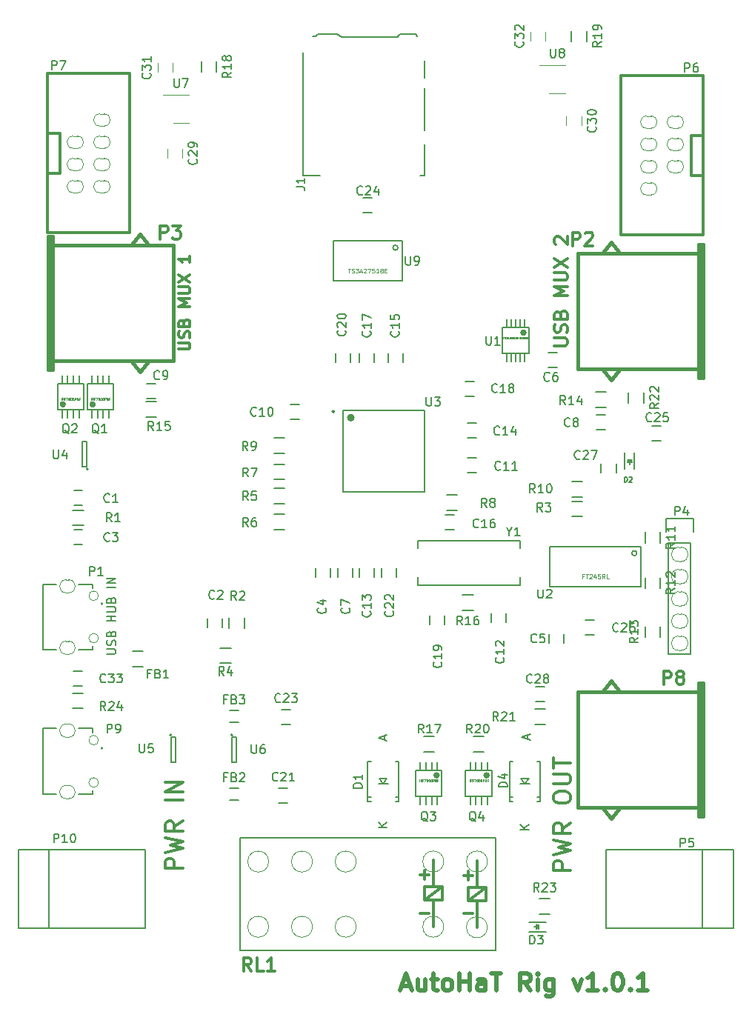
<source format=gto>
G04 #@! TF.FileFunction,Legend,Top*
%FSLAX46Y46*%
G04 Gerber Fmt 4.6, Leading zero omitted, Abs format (unit mm)*
G04 Created by KiCad (PCBNEW 4.0.2-stable) date Monday, 16 January 2017 'pmt' 17:48:17*
%MOMM*%
G01*
G04 APERTURE LIST*
%ADD10C,0.100000*%
%ADD11C,0.500000*%
%ADD12C,0.150000*%
%ADD13C,0.300000*%
%ADD14C,0.127000*%
%ADD15C,0.304800*%
%ADD16C,0.149860*%
%ADD17C,0.180000*%
%ADD18C,0.381000*%
%ADD19C,0.299720*%
%ADD20C,0.120000*%
%ADD21C,0.050800*%
%ADD22C,0.099060*%
%ADD23C,0.203200*%
G04 APERTURE END LIST*
D10*
D11*
X158952379Y-145333333D02*
X159904760Y-145333333D01*
X158761903Y-145904762D02*
X159428570Y-143904762D01*
X160095237Y-145904762D01*
X161619046Y-144571429D02*
X161619046Y-145904762D01*
X160761903Y-144571429D02*
X160761903Y-145619048D01*
X160857142Y-145809524D01*
X161047618Y-145904762D01*
X161333332Y-145904762D01*
X161523808Y-145809524D01*
X161619046Y-145714286D01*
X162285713Y-144571429D02*
X163047618Y-144571429D01*
X162571427Y-143904762D02*
X162571427Y-145619048D01*
X162666666Y-145809524D01*
X162857142Y-145904762D01*
X163047618Y-145904762D01*
X163999999Y-145904762D02*
X163809523Y-145809524D01*
X163714284Y-145714286D01*
X163619046Y-145523810D01*
X163619046Y-144952381D01*
X163714284Y-144761905D01*
X163809523Y-144666667D01*
X163999999Y-144571429D01*
X164285713Y-144571429D01*
X164476189Y-144666667D01*
X164571427Y-144761905D01*
X164666665Y-144952381D01*
X164666665Y-145523810D01*
X164571427Y-145714286D01*
X164476189Y-145809524D01*
X164285713Y-145904762D01*
X163999999Y-145904762D01*
X165523808Y-145904762D02*
X165523808Y-143904762D01*
X165523808Y-144857143D02*
X166666666Y-144857143D01*
X166666666Y-145904762D02*
X166666666Y-143904762D01*
X168476189Y-145904762D02*
X168476189Y-144857143D01*
X168380951Y-144666667D01*
X168190475Y-144571429D01*
X167809523Y-144571429D01*
X167619046Y-144666667D01*
X168476189Y-145809524D02*
X168285713Y-145904762D01*
X167809523Y-145904762D01*
X167619046Y-145809524D01*
X167523808Y-145619048D01*
X167523808Y-145428571D01*
X167619046Y-145238095D01*
X167809523Y-145142857D01*
X168285713Y-145142857D01*
X168476189Y-145047619D01*
X169142856Y-143904762D02*
X170285713Y-143904762D01*
X169714285Y-145904762D02*
X169714285Y-143904762D01*
X173619048Y-145904762D02*
X172952381Y-144952381D01*
X172476190Y-145904762D02*
X172476190Y-143904762D01*
X173238095Y-143904762D01*
X173428571Y-144000000D01*
X173523810Y-144095238D01*
X173619048Y-144285714D01*
X173619048Y-144571429D01*
X173523810Y-144761905D01*
X173428571Y-144857143D01*
X173238095Y-144952381D01*
X172476190Y-144952381D01*
X174476190Y-145904762D02*
X174476190Y-144571429D01*
X174476190Y-143904762D02*
X174380952Y-144000000D01*
X174476190Y-144095238D01*
X174571429Y-144000000D01*
X174476190Y-143904762D01*
X174476190Y-144095238D01*
X176285714Y-144571429D02*
X176285714Y-146190476D01*
X176190476Y-146380952D01*
X176095238Y-146476190D01*
X175904762Y-146571429D01*
X175619048Y-146571429D01*
X175428571Y-146476190D01*
X176285714Y-145809524D02*
X176095238Y-145904762D01*
X175714286Y-145904762D01*
X175523810Y-145809524D01*
X175428571Y-145714286D01*
X175333333Y-145523810D01*
X175333333Y-144952381D01*
X175428571Y-144761905D01*
X175523810Y-144666667D01*
X175714286Y-144571429D01*
X176095238Y-144571429D01*
X176285714Y-144666667D01*
X178571429Y-144571429D02*
X179047620Y-145904762D01*
X179523810Y-144571429D01*
X181333335Y-145904762D02*
X180190477Y-145904762D01*
X180761906Y-145904762D02*
X180761906Y-143904762D01*
X180571430Y-144190476D01*
X180380954Y-144380952D01*
X180190477Y-144476190D01*
X182190477Y-145714286D02*
X182285716Y-145809524D01*
X182190477Y-145904762D01*
X182095239Y-145809524D01*
X182190477Y-145714286D01*
X182190477Y-145904762D01*
X183523811Y-143904762D02*
X183714287Y-143904762D01*
X183904763Y-144000000D01*
X184000001Y-144095238D01*
X184095239Y-144285714D01*
X184190478Y-144666667D01*
X184190478Y-145142857D01*
X184095239Y-145523810D01*
X184000001Y-145714286D01*
X183904763Y-145809524D01*
X183714287Y-145904762D01*
X183523811Y-145904762D01*
X183333335Y-145809524D01*
X183238097Y-145714286D01*
X183142858Y-145523810D01*
X183047620Y-145142857D01*
X183047620Y-144666667D01*
X183142858Y-144285714D01*
X183238097Y-144095238D01*
X183333335Y-144000000D01*
X183523811Y-143904762D01*
X185047620Y-145714286D02*
X185142859Y-145809524D01*
X185047620Y-145904762D01*
X184952382Y-145809524D01*
X185047620Y-145714286D01*
X185047620Y-145904762D01*
X187047621Y-145904762D02*
X185904763Y-145904762D01*
X186476192Y-145904762D02*
X186476192Y-143904762D01*
X186285716Y-144190476D01*
X186095240Y-144380952D01*
X185904763Y-144476190D01*
D12*
X188549520Y-81345480D02*
X187549520Y-81345480D01*
X187549520Y-83045480D02*
X188549520Y-83045480D01*
D13*
X172949520Y-70700480D02*
G75*
G03X172949520Y-70700480I-100000J0D01*
G01*
D14*
X173049520Y-70700480D02*
G75*
G03X173049520Y-70700480I-200000J0D01*
G01*
X172965520Y-74013480D02*
X172965520Y-73124480D01*
X172457520Y-74013480D02*
X172457520Y-73124480D01*
X171949520Y-74013480D02*
X171949520Y-73124480D01*
X171466920Y-74013480D02*
X171466920Y-73124480D01*
X170933520Y-74013480D02*
X170933520Y-73124480D01*
X170933520Y-69187480D02*
X170933520Y-70076480D01*
X171441520Y-69187480D02*
X171441520Y-70076480D01*
X171949520Y-69187480D02*
X171949520Y-70076480D01*
X172457520Y-69187480D02*
X172457520Y-70076480D01*
X172940120Y-69187480D02*
X172940120Y-70076480D01*
X173130666Y-70698780D02*
G75*
G03X173130666Y-70698780I-281986J0D01*
G01*
X170448380Y-73101620D02*
X173450660Y-73101620D01*
X173450660Y-73101620D02*
X173450660Y-70099340D01*
X173450660Y-70099340D02*
X170448380Y-70099340D01*
X170448380Y-70099340D02*
X170448380Y-73101620D01*
X151092520Y-64796480D02*
X158966520Y-64796480D01*
X158966520Y-64796480D02*
X158966520Y-60224480D01*
X158966520Y-60224480D02*
X151092520Y-60224480D01*
X151092520Y-60224480D02*
X151092520Y-64796480D01*
X158488501Y-60986480D02*
G75*
G03X158488501Y-60986480I-283981J0D01*
G01*
D12*
X138409520Y-104380480D02*
X138409520Y-103380480D01*
X136709520Y-103380480D02*
X136709520Y-104380480D01*
X177469520Y-106190480D02*
X177469520Y-105190480D01*
X175769520Y-105190480D02*
X175769520Y-106190480D01*
X181199520Y-81775480D02*
X182199520Y-81775480D01*
X182199520Y-80075480D02*
X181199520Y-80075480D01*
X130800000Y-76500960D02*
X129800000Y-76500960D01*
X129800000Y-78200960D02*
X130800000Y-78200960D01*
X155529520Y-55310480D02*
X154529520Y-55310480D01*
X154529520Y-57010480D02*
X155529520Y-57010480D01*
X180929520Y-103570480D02*
X179929520Y-103570480D01*
X179929520Y-105270480D02*
X180929520Y-105270480D01*
X181725200Y-85656800D02*
X181725200Y-86656800D01*
X183425200Y-86656800D02*
X183425200Y-85656800D01*
X129399520Y-108875480D02*
X128199520Y-108875480D01*
X128199520Y-107125480D02*
X129399520Y-107125480D01*
D13*
X163014520Y-121300480D02*
G75*
G03X163014520Y-121300480I-100000J0D01*
G01*
D14*
X163114520Y-121300480D02*
G75*
G03X163114520Y-121300480I-200000J0D01*
G01*
X161684320Y-123699080D02*
X161684320Y-124613480D01*
X162344720Y-123699080D02*
X162344720Y-124613480D01*
X162979720Y-123699080D02*
X162979720Y-124613480D01*
X161049320Y-123699080D02*
X161049320Y-124613480D01*
X161049320Y-120701880D02*
X161049320Y-119787480D01*
X161684320Y-120701880D02*
X161684320Y-119787480D01*
X162979720Y-120701880D02*
X162979720Y-119787480D01*
X162344720Y-120701880D02*
X162344720Y-119787480D01*
X163195666Y-121298780D02*
G75*
G03X163195666Y-121298780I-281986J0D01*
G01*
X160513380Y-123701620D02*
X163515660Y-123701620D01*
X163515660Y-123701620D02*
X163515660Y-120699340D01*
X163515660Y-120699340D02*
X160513380Y-120699340D01*
X160513380Y-120699340D02*
X160513380Y-123701620D01*
D13*
X168729520Y-121300480D02*
G75*
G03X168729520Y-121300480I-100000J0D01*
G01*
D14*
X168829520Y-121300480D02*
G75*
G03X168829520Y-121300480I-200000J0D01*
G01*
X167399320Y-123699080D02*
X167399320Y-124613480D01*
X168059720Y-123699080D02*
X168059720Y-124613480D01*
X168694720Y-123699080D02*
X168694720Y-124613480D01*
X166764320Y-123699080D02*
X166764320Y-124613480D01*
X166764320Y-120701880D02*
X166764320Y-119787480D01*
X167399320Y-120701880D02*
X167399320Y-119787480D01*
X168694720Y-120701880D02*
X168694720Y-119787480D01*
X168059720Y-120701880D02*
X168059720Y-119787480D01*
X168910666Y-121298780D02*
G75*
G03X168910666Y-121298780I-281986J0D01*
G01*
X166228380Y-123701620D02*
X169230660Y-123701620D01*
X169230660Y-123701620D02*
X169230660Y-120699340D01*
X169230660Y-120699340D02*
X166228380Y-120699340D01*
X166228380Y-120699340D02*
X166228380Y-123701620D01*
D12*
X139224520Y-104480480D02*
X139224520Y-103280480D01*
X140974520Y-103280480D02*
X140974520Y-104480480D01*
X181099520Y-77510480D02*
X182299520Y-77510480D01*
X182299520Y-79260480D02*
X181099520Y-79260480D01*
X130900000Y-80325960D02*
X129700000Y-80325960D01*
X129700000Y-78575960D02*
X130900000Y-78575960D01*
X178349520Y-87725480D02*
X179549520Y-87725480D01*
X179549520Y-89475480D02*
X178349520Y-89475480D01*
X161414520Y-116880480D02*
X162614520Y-116880480D01*
X162614520Y-118630480D02*
X161414520Y-118630480D01*
X168329520Y-118630480D02*
X167129520Y-118630480D01*
X167129520Y-116880480D02*
X168329520Y-116880480D01*
X140429520Y-128450480D02*
X140429520Y-141350480D01*
X140429520Y-128450480D02*
X169629520Y-128450480D01*
X169629520Y-128450480D02*
X169629520Y-141350480D01*
X140429520Y-141350480D02*
X169629520Y-141350480D01*
D15*
X163545520Y-135562480D02*
X163545520Y-134038480D01*
X161513520Y-134038480D02*
X163545520Y-134038480D01*
X161513520Y-135562480D02*
X161513520Y-134038480D01*
X163545520Y-135562480D02*
X161513520Y-135562480D01*
X163545520Y-134038480D02*
X161513520Y-135562480D01*
X162529520Y-138610480D02*
X162529520Y-135562480D01*
X162529520Y-130990480D02*
X162529520Y-134038480D01*
X161513520Y-133195480D02*
X161513520Y-132179480D01*
X161005520Y-132687480D02*
X162021520Y-132687480D01*
X161005520Y-137113480D02*
X162021520Y-137113480D01*
X165995520Y-137113480D02*
X167011520Y-137113480D01*
X165995520Y-132737480D02*
X167011520Y-132737480D01*
X166503520Y-133245480D02*
X166503520Y-132229480D01*
X167519520Y-131040480D02*
X167519520Y-134088480D01*
X167519520Y-138660480D02*
X167519520Y-135612480D01*
X168535520Y-134088480D02*
X166503520Y-135612480D01*
X168535520Y-135612480D02*
X166503520Y-135612480D01*
X166503520Y-135612480D02*
X166503520Y-134088480D01*
X166503520Y-134088480D02*
X168535520Y-134088480D01*
X168535520Y-134088480D02*
X168535520Y-135612480D01*
D16*
X175865140Y-99736720D02*
X175865140Y-95134240D01*
X186263900Y-95134240D02*
X186263900Y-99736720D01*
X186263900Y-99736720D02*
X175865140Y-99736720D01*
X175865140Y-95134240D02*
X186263900Y-95134240D01*
X185788421Y-95901320D02*
G75*
G03X185788421Y-95901320I-283981J0D01*
G01*
D13*
X123699520Y-78900480D02*
G75*
G03X123699520Y-78900480I-100000J0D01*
G01*
D14*
X123799520Y-78900480D02*
G75*
G03X123799520Y-78900480I-200000J0D01*
G01*
X124829720Y-76501880D02*
X124829720Y-75587480D01*
X124169320Y-76501880D02*
X124169320Y-75587480D01*
X123534320Y-76501880D02*
X123534320Y-75587480D01*
X125464720Y-76501880D02*
X125464720Y-75587480D01*
X125464720Y-79499080D02*
X125464720Y-80413480D01*
X124829720Y-79499080D02*
X124829720Y-80413480D01*
X123534320Y-79499080D02*
X123534320Y-80413480D01*
X124169320Y-79499080D02*
X124169320Y-80413480D01*
X123882346Y-78902180D02*
G75*
G03X123882346Y-78902180I-281986J0D01*
G01*
X126000660Y-76499340D02*
X122998380Y-76499340D01*
X122998380Y-76499340D02*
X122998380Y-79501620D01*
X122998380Y-79501620D02*
X126000660Y-79501620D01*
X126000660Y-79501620D02*
X126000660Y-76499340D01*
D13*
X120299520Y-78900480D02*
G75*
G03X120299520Y-78900480I-100000J0D01*
G01*
D14*
X120399520Y-78900480D02*
G75*
G03X120399520Y-78900480I-200000J0D01*
G01*
X121429720Y-76501880D02*
X121429720Y-75587480D01*
X120769320Y-76501880D02*
X120769320Y-75587480D01*
X120134320Y-76501880D02*
X120134320Y-75587480D01*
X122064720Y-76501880D02*
X122064720Y-75587480D01*
X122064720Y-79499080D02*
X122064720Y-80413480D01*
X121429720Y-79499080D02*
X121429720Y-80413480D01*
X120134320Y-79499080D02*
X120134320Y-80413480D01*
X120769320Y-79499080D02*
X120769320Y-80413480D01*
X120482346Y-78902180D02*
G75*
G03X120482346Y-78902180I-281986J0D01*
G01*
X122600660Y-76499340D02*
X119598380Y-76499340D01*
X119598380Y-76499340D02*
X119598380Y-79501620D01*
X119598380Y-79501620D02*
X122600660Y-79501620D01*
X122600660Y-79501620D02*
X122600660Y-76499340D01*
D12*
X178349520Y-89975480D02*
X179549520Y-89975480D01*
X179549520Y-91725480D02*
X178349520Y-91725480D01*
X123099520Y-86300480D02*
G75*
G03X123099520Y-86300480I-100000J0D01*
G01*
X122449520Y-86050480D02*
X122949520Y-86050480D01*
X122449520Y-83150480D02*
X122449520Y-86050480D01*
X122949520Y-83150480D02*
X122449520Y-83150480D01*
X122949520Y-86050480D02*
X122949520Y-83150480D01*
X122420000Y-109386000D02*
X121420000Y-109386000D01*
X121420000Y-111086000D02*
X122420000Y-111086000D01*
X174214520Y-112890480D02*
X175214520Y-112890480D01*
X175214520Y-111190480D02*
X174214520Y-111190480D01*
D17*
X158529520Y-36955480D02*
X152029520Y-36955480D01*
X158529520Y-36805480D02*
X158529520Y-36955480D01*
X158729520Y-36605480D02*
X158529520Y-36805480D01*
X158729520Y-36605480D02*
X160479520Y-36605480D01*
X152029520Y-36955480D02*
X151529520Y-36605480D01*
X151529520Y-36605480D02*
X149329520Y-36605480D01*
X161529520Y-49155480D02*
X161529520Y-52755480D01*
X161529520Y-42755480D02*
X161529520Y-47555480D01*
X161529520Y-39605480D02*
X161529520Y-41555480D01*
X161529520Y-52755480D02*
X161029520Y-52755480D01*
X147679520Y-52755480D02*
X149579520Y-52755480D01*
X147679520Y-38705480D02*
X147679520Y-52755480D01*
X149129520Y-36805480D02*
X148779520Y-36805480D01*
X160679520Y-36805480D02*
X160479520Y-36605480D01*
X149129520Y-36805480D02*
X149329520Y-36605480D01*
D18*
X193129520Y-75845480D02*
X193129520Y-60605480D01*
X192875520Y-75845480D02*
X193383520Y-75845480D01*
X192875520Y-60605480D02*
X193383520Y-60605480D01*
X193383520Y-60605480D02*
X193383520Y-75845480D01*
X192875520Y-75845480D02*
X192875520Y-60605480D01*
X181826520Y-61621480D02*
X182842520Y-60351480D01*
X182842520Y-60351480D02*
X183858520Y-61621480D01*
X181826520Y-74829480D02*
X182842520Y-76099480D01*
X182842520Y-76099480D02*
X183858520Y-74829480D01*
X179032520Y-61621480D02*
X179032520Y-74829480D01*
X179032520Y-74829480D02*
X193256520Y-74829480D01*
X193256520Y-61621480D02*
X179032520Y-61621480D01*
X118765000Y-59730000D02*
X118765000Y-74970000D01*
X119019000Y-59730000D02*
X118511000Y-59730000D01*
X119019000Y-74970000D02*
X118511000Y-74970000D01*
X118511000Y-74970000D02*
X118511000Y-59730000D01*
X119019000Y-59730000D02*
X119019000Y-74970000D01*
X130068000Y-73954000D02*
X129052000Y-75224000D01*
X129052000Y-75224000D02*
X128036000Y-73954000D01*
X130068000Y-60746000D02*
X129052000Y-59476000D01*
X129052000Y-59476000D02*
X128036000Y-60746000D01*
X132862000Y-73954000D02*
X132862000Y-60746000D01*
X132862000Y-60746000D02*
X118638000Y-60746000D01*
X118638000Y-73954000D02*
X132862000Y-73954000D01*
D15*
X193384520Y-59545480D02*
X193384520Y-41345480D01*
X183984520Y-41345480D02*
X183984520Y-59545480D01*
X183984520Y-59545480D02*
X193384520Y-59545480D01*
X183984520Y-41345480D02*
X193384520Y-41345480D01*
D19*
X193384520Y-48145480D02*
X191984520Y-48145480D01*
X191984520Y-48145480D02*
X191984520Y-52745480D01*
X191984520Y-52745480D02*
X193384520Y-52745480D01*
D15*
X118450000Y-41100000D02*
X118450000Y-59300000D01*
X127850000Y-59300000D02*
X127850000Y-41100000D01*
X127850000Y-41100000D02*
X118450000Y-41100000D01*
X127850000Y-59300000D02*
X118450000Y-59300000D01*
D19*
X118450000Y-52500000D02*
X119850000Y-52500000D01*
X119850000Y-52500000D02*
X119850000Y-47900000D01*
X119850000Y-47900000D02*
X118450000Y-47900000D01*
D12*
X193320020Y-138766360D02*
X193320020Y-129764600D01*
X196820140Y-138766360D02*
X196820140Y-129764600D01*
X196820140Y-129764600D02*
X182319280Y-129764600D01*
X182319280Y-129764600D02*
X182319280Y-138766360D01*
X182319280Y-138766360D02*
X196820140Y-138766360D01*
D18*
X193129520Y-126010480D02*
X193129520Y-110770480D01*
X192875520Y-126010480D02*
X193383520Y-126010480D01*
X192875520Y-110770480D02*
X193383520Y-110770480D01*
X193383520Y-110770480D02*
X193383520Y-126010480D01*
X192875520Y-126010480D02*
X192875520Y-110770480D01*
X181826520Y-111786480D02*
X182842520Y-110516480D01*
X182842520Y-110516480D02*
X183858520Y-111786480D01*
X181826520Y-124994480D02*
X182842520Y-126264480D01*
X182842520Y-126264480D02*
X183858520Y-124994480D01*
X179032520Y-111786480D02*
X179032520Y-124994480D01*
X179032520Y-124994480D02*
X193256520Y-124994480D01*
X193256520Y-111786480D02*
X179032520Y-111786480D01*
D12*
X118644020Y-129764600D02*
X118644020Y-138766360D01*
X115143900Y-129764600D02*
X115143900Y-138766360D01*
X115143900Y-138766360D02*
X129644760Y-138766360D01*
X129644760Y-138766360D02*
X129644760Y-129764600D01*
X129644760Y-129764600D02*
X115143900Y-129764600D01*
X122520000Y-113651000D02*
X121320000Y-113651000D01*
X121320000Y-111901000D02*
X122520000Y-111901000D01*
X174114520Y-113705480D02*
X175314520Y-113705480D01*
X175314520Y-115455480D02*
X174114520Y-115455480D01*
X122449520Y-88750480D02*
X121449520Y-88750480D01*
X121449520Y-90450480D02*
X122449520Y-90450480D01*
X122449520Y-93250480D02*
X121449520Y-93250480D01*
X121449520Y-94950480D02*
X122449520Y-94950480D01*
X149099520Y-97600480D02*
X149099520Y-98600480D01*
X150799520Y-98600480D02*
X150799520Y-97600480D01*
X153299520Y-98600480D02*
X153299520Y-97600480D01*
X151599520Y-97600480D02*
X151599520Y-98600480D01*
X146249520Y-80620480D02*
X147249520Y-80620480D01*
X147249520Y-78920480D02*
X146249520Y-78920480D01*
X167449520Y-85000480D02*
X166449520Y-85000480D01*
X166449520Y-86700480D02*
X167449520Y-86700480D01*
X170839520Y-103786480D02*
X170839520Y-102786480D01*
X169139520Y-102786480D02*
X169139520Y-103786480D01*
X155799520Y-98600480D02*
X155799520Y-97600480D01*
X154099520Y-97600480D02*
X154099520Y-98600480D01*
X167449520Y-81000480D02*
X166449520Y-81000480D01*
X166449520Y-82700480D02*
X167449520Y-82700480D01*
X157349520Y-73100480D02*
X157349520Y-74100480D01*
X159049520Y-74100480D02*
X159049520Y-73100480D01*
X164949520Y-91500480D02*
X163949520Y-91500480D01*
X163949520Y-93200480D02*
X164949520Y-93200480D01*
X154099520Y-73100480D02*
X154099520Y-74100480D01*
X155799520Y-74100480D02*
X155799520Y-73100480D01*
X167199520Y-76250480D02*
X166199520Y-76250480D01*
X166199520Y-77950480D02*
X167199520Y-77950480D01*
X163839520Y-104036480D02*
X163839520Y-103036480D01*
X162139520Y-103036480D02*
X162139520Y-104036480D01*
X151349520Y-73100480D02*
X151349520Y-74100480D01*
X153049520Y-74100480D02*
X153049520Y-73100480D01*
X145899520Y-122750480D02*
X144899520Y-122750480D01*
X144899520Y-124450480D02*
X145899520Y-124450480D01*
X158299520Y-98600480D02*
X158299520Y-97600480D01*
X156599520Y-97600480D02*
X156599520Y-98600480D01*
X146199520Y-113750480D02*
X145199520Y-113750480D01*
X145199520Y-115450480D02*
X146199520Y-115450480D01*
X140289520Y-124145480D02*
X139289520Y-124145480D01*
X139289520Y-122795480D02*
X140289520Y-122795480D01*
X140289520Y-115255480D02*
X139289520Y-115255480D01*
X139289520Y-113905480D02*
X140289520Y-113905480D01*
X139399520Y-108475480D02*
X138199520Y-108475480D01*
X138199520Y-106725480D02*
X139399520Y-106725480D01*
X121349520Y-90975480D02*
X122549520Y-90975480D01*
X122549520Y-92725480D02*
X121349520Y-92725480D01*
X145549520Y-90225480D02*
X144349520Y-90225480D01*
X144349520Y-88475480D02*
X145549520Y-88475480D01*
X145549520Y-93225480D02*
X144349520Y-93225480D01*
X144349520Y-91475480D02*
X145549520Y-91475480D01*
X145549520Y-87475480D02*
X144349520Y-87475480D01*
X144349520Y-85725480D02*
X145549520Y-85725480D01*
X164099520Y-89225480D02*
X165299520Y-89225480D01*
X165299520Y-90975480D02*
X164099520Y-90975480D01*
X145549520Y-84475480D02*
X144349520Y-84475480D01*
X144349520Y-82725480D02*
X145549520Y-82725480D01*
X165889520Y-100661480D02*
X167089520Y-100661480D01*
X167089520Y-102411480D02*
X165889520Y-102411480D01*
D14*
X152259520Y-79565480D02*
X161559520Y-79565480D01*
X161559520Y-79565480D02*
X161559520Y-88865480D01*
X161559520Y-88865480D02*
X152259520Y-88865480D01*
X152259520Y-88865480D02*
X152259520Y-79565480D01*
X153470070Y-80415480D02*
G75*
G03X153470070Y-80415480I-360550J0D01*
G01*
X153392360Y-80415480D02*
G75*
G03X153392360Y-80415480I-282840J0D01*
G01*
X153392360Y-80415480D02*
G75*
G03X153392360Y-80415480I-282840J0D01*
G01*
X153333130Y-80415480D02*
G75*
G03X153333130Y-80415480I-223610J0D01*
G01*
D15*
X153250940Y-80415480D02*
G75*
G03X153250940Y-80415480I-141420J0D01*
G01*
D14*
X151250940Y-79715480D02*
G75*
G03X151250940Y-79715480I-141420J0D01*
G01*
D15*
X151159520Y-79715480D02*
G75*
G03X151159520Y-79715480I-50000J0D01*
G01*
D12*
X132604520Y-116690480D02*
G75*
G03X132604520Y-116690480I-100000J0D01*
G01*
X133054520Y-116940480D02*
X132554520Y-116940480D01*
X133054520Y-119840480D02*
X133054520Y-116940480D01*
X132554520Y-119840480D02*
X133054520Y-119840480D01*
X132554520Y-116940480D02*
X132554520Y-119840480D01*
X139589520Y-116690480D02*
G75*
G03X139589520Y-116690480I-100000J0D01*
G01*
X140039520Y-116940480D02*
X139539520Y-116940480D01*
X140039520Y-119840480D02*
X140039520Y-116940480D01*
X139539520Y-119840480D02*
X140039520Y-119840480D01*
X139539520Y-116940480D02*
X139539520Y-119840480D01*
X176674400Y-73013200D02*
X175674400Y-73013200D01*
X175674400Y-74713200D02*
X176674400Y-74713200D01*
X172473620Y-94528640D02*
X160774380Y-94528640D01*
X160774380Y-99527360D02*
X172473620Y-99527360D01*
X160774380Y-94528640D02*
X160774380Y-95377000D01*
X160774380Y-99527360D02*
X160774380Y-98679000D01*
X172473620Y-94528640D02*
X172473620Y-95377000D01*
X172473620Y-99527360D02*
X172473620Y-98679000D01*
X191970000Y-94770000D02*
X191970000Y-107470000D01*
X191970000Y-107470000D02*
X189430000Y-107470000D01*
X189430000Y-107470000D02*
X189430000Y-94770000D01*
X192250000Y-91950000D02*
X192250000Y-93500000D01*
X191970000Y-94770000D02*
X189430000Y-94770000D01*
X189150000Y-93500000D02*
X189150000Y-91950000D01*
X189150000Y-91950000D02*
X192250000Y-91950000D01*
X184412800Y-84396400D02*
X184412800Y-86296400D01*
X185512800Y-84396400D02*
X185512800Y-86296400D01*
X184962800Y-85296400D02*
X184962800Y-85746400D01*
X185212800Y-85246400D02*
X184712800Y-85246400D01*
X184962800Y-85246400D02*
X185212800Y-85496400D01*
X185212800Y-85496400D02*
X184712800Y-85496400D01*
X184712800Y-85496400D02*
X184962800Y-85246400D01*
X175394800Y-138083200D02*
X173494800Y-138083200D01*
X175394800Y-139183200D02*
X173494800Y-139183200D01*
X174494800Y-138633200D02*
X174044800Y-138633200D01*
X174544800Y-138883200D02*
X174544800Y-138383200D01*
X174544800Y-138633200D02*
X174294800Y-138883200D01*
X174294800Y-138883200D02*
X174294800Y-138383200D01*
X174294800Y-138383200D02*
X174544800Y-138633200D01*
X184849800Y-78730400D02*
X184849800Y-77530400D01*
X186599800Y-77530400D02*
X186599800Y-78730400D01*
X175860000Y-137120600D02*
X174660000Y-137120600D01*
X174660000Y-135370600D02*
X175860000Y-135370600D01*
X156800000Y-122250000D02*
X156350000Y-121700000D01*
X156350000Y-121700000D02*
X157250000Y-121700000D01*
X157250000Y-121700000D02*
X156800000Y-122250000D01*
X156250000Y-122250000D02*
X157350000Y-122250000D01*
X158550060Y-123799140D02*
X158199540Y-123799140D01*
X155049940Y-123799140D02*
X155400460Y-123799140D01*
X158550060Y-119749560D02*
X158199540Y-119749560D01*
X158550060Y-124250440D02*
X158199540Y-124250440D01*
X155049940Y-124250440D02*
X155400460Y-124250440D01*
X155049940Y-119749560D02*
X155400460Y-119749560D01*
X158550060Y-124250440D02*
X158550060Y-119749560D01*
X155049940Y-124250440D02*
X155049940Y-119749560D01*
X173000000Y-122250000D02*
X172550000Y-121700000D01*
X172550000Y-121700000D02*
X173450000Y-121700000D01*
X173450000Y-121700000D02*
X173000000Y-122250000D01*
X172450000Y-122250000D02*
X173550000Y-122250000D01*
X174750060Y-123799140D02*
X174399540Y-123799140D01*
X171249940Y-123799140D02*
X171600460Y-123799140D01*
X174750060Y-119749560D02*
X174399540Y-119749560D01*
X174750060Y-124250440D02*
X174399540Y-124250440D01*
X171249940Y-124250440D02*
X171600460Y-124250440D01*
X171249940Y-119749560D02*
X171600460Y-119749560D01*
X174750060Y-124250440D02*
X174750060Y-119749560D01*
X171249940Y-124250440D02*
X171249940Y-119749560D01*
D14*
X123625000Y-99450000D02*
X123625000Y-99900000D01*
X123625000Y-106500000D02*
X123625000Y-106950000D01*
X123625000Y-106950000D02*
X122025000Y-106950000D01*
X119425000Y-106950000D02*
X117975000Y-106950000D01*
X117975000Y-106950000D02*
X117975000Y-99450000D01*
X117975000Y-99450000D02*
X119425000Y-99450000D01*
X122025000Y-99450000D02*
X123625000Y-99450000D01*
D10*
X124777000Y-101700000D02*
G75*
G03X124777000Y-101700000I-127000J0D01*
G01*
D14*
X123625000Y-115950000D02*
X123625000Y-116400000D01*
X123625000Y-123000000D02*
X123625000Y-123450000D01*
X123625000Y-123450000D02*
X122025000Y-123450000D01*
X119425000Y-123450000D02*
X117975000Y-123450000D01*
X117975000Y-123450000D02*
X117975000Y-115950000D01*
X117975000Y-115950000D02*
X119425000Y-115950000D01*
X122025000Y-115950000D02*
X123625000Y-115950000D01*
D10*
X124777000Y-118200000D02*
G75*
G03X124777000Y-118200000I-127000J0D01*
G01*
D20*
X133850000Y-50700000D02*
X133850000Y-49700000D01*
X132150000Y-49700000D02*
X132150000Y-50700000D01*
X179450000Y-47000000D02*
X179450000Y-46000000D01*
X177750000Y-46000000D02*
X177750000Y-47000000D01*
X131050000Y-39900000D02*
X131050000Y-40900000D01*
X132750000Y-40900000D02*
X132750000Y-39900000D01*
X173650000Y-36300000D02*
X173650000Y-37300000D01*
X175350000Y-37300000D02*
X175350000Y-36300000D01*
D12*
X186725000Y-94700000D02*
X186725000Y-93500000D01*
X188475000Y-93500000D02*
X188475000Y-94700000D01*
X186725000Y-99900000D02*
X186725000Y-98700000D01*
X188475000Y-98700000D02*
X188475000Y-99900000D01*
X188475000Y-104300000D02*
X188475000Y-105500000D01*
X186725000Y-105500000D02*
X186725000Y-104300000D01*
X136025000Y-40900000D02*
X136025000Y-39700000D01*
X137775000Y-39700000D02*
X137775000Y-40900000D01*
X178325000Y-37400000D02*
X178325000Y-36200000D01*
X180075000Y-36200000D02*
X180075000Y-37400000D01*
D20*
X175800000Y-43310000D02*
X177600000Y-43310000D01*
X177600000Y-40090000D02*
X174650000Y-40090000D01*
X132800000Y-46710000D02*
X134600000Y-46710000D01*
X134600000Y-43490000D02*
X131650000Y-43490000D01*
D10*
X168729520Y-131150480D02*
G75*
G03X168729520Y-131150480I-1200000J0D01*
G01*
X153729520Y-131150480D02*
G75*
G03X153729520Y-131150480I-1200000J0D01*
G01*
X148729520Y-131150480D02*
G75*
G03X148729520Y-131150480I-1200000J0D01*
G01*
X143729520Y-131150480D02*
G75*
G03X143729520Y-131150480I-1200000J0D01*
G01*
X143729520Y-138600480D02*
G75*
G03X143729520Y-138600480I-1200000J0D01*
G01*
X148729520Y-138600480D02*
G75*
G03X148729520Y-138600480I-1200000J0D01*
G01*
X153729520Y-138600480D02*
G75*
G03X153729520Y-138600480I-1200000J0D01*
G01*
X168719520Y-138660480D02*
G75*
G03X168719520Y-138660480I-1200000J0D01*
G01*
X163729520Y-131150480D02*
G75*
G03X163729520Y-131150480I-1200000J0D01*
G01*
X163729520Y-138600480D02*
G75*
G03X163729520Y-138600480I-1200000J0D01*
G01*
X186914520Y-47335480D02*
X187414520Y-47335480D01*
X186914520Y-45935480D02*
X187414520Y-45935480D01*
X187414520Y-47335480D02*
G75*
G03X187414520Y-45935480I0J700000D01*
G01*
X186914520Y-45935480D02*
G75*
G03X186914520Y-47335480I0J-700000D01*
G01*
X189954520Y-47335480D02*
X190454520Y-47335480D01*
X189954520Y-45935480D02*
X190454520Y-45935480D01*
X190454520Y-47335480D02*
G75*
G03X190454520Y-45935480I0J700000D01*
G01*
X189954520Y-45935480D02*
G75*
G03X189954520Y-47335480I0J-700000D01*
G01*
X186914520Y-54955480D02*
X187414520Y-54955480D01*
X186914520Y-53555480D02*
X187414520Y-53555480D01*
X187414520Y-54955480D02*
G75*
G03X187414520Y-53555480I0J700000D01*
G01*
X186914520Y-53555480D02*
G75*
G03X186914520Y-54955480I0J-700000D01*
G01*
X189954520Y-52415480D02*
X190454520Y-52415480D01*
X189954520Y-51015480D02*
X190454520Y-51015480D01*
X190454520Y-52415480D02*
G75*
G03X190454520Y-51015480I0J700000D01*
G01*
X189954520Y-51015480D02*
G75*
G03X189954520Y-52415480I0J-700000D01*
G01*
X186914520Y-52415480D02*
X187414520Y-52415480D01*
X186914520Y-51015480D02*
X187414520Y-51015480D01*
X187414520Y-52415480D02*
G75*
G03X187414520Y-51015480I0J700000D01*
G01*
X186914520Y-51015480D02*
G75*
G03X186914520Y-52415480I0J-700000D01*
G01*
X189954520Y-49875480D02*
X190454520Y-49875480D01*
X189954520Y-48475480D02*
X190454520Y-48475480D01*
X190454520Y-49875480D02*
G75*
G03X190454520Y-48475480I0J700000D01*
G01*
X189954520Y-48475480D02*
G75*
G03X189954520Y-49875480I0J-700000D01*
G01*
X186914520Y-49875480D02*
X187414520Y-49875480D01*
X186914520Y-48475480D02*
X187414520Y-48475480D01*
X187414520Y-49875480D02*
G75*
G03X187414520Y-48475480I0J700000D01*
G01*
X186914520Y-48475480D02*
G75*
G03X186914520Y-49875480I0J-700000D01*
G01*
X124920000Y-53310000D02*
X124420000Y-53310000D01*
X124920000Y-54710000D02*
X124420000Y-54710000D01*
X124420000Y-53310000D02*
G75*
G03X124420000Y-54710000I0J-700000D01*
G01*
X124920000Y-54710000D02*
G75*
G03X124920000Y-53310000I0J700000D01*
G01*
X121880000Y-53310000D02*
X121380000Y-53310000D01*
X121880000Y-54710000D02*
X121380000Y-54710000D01*
X121380000Y-53310000D02*
G75*
G03X121380000Y-54710000I0J-700000D01*
G01*
X121880000Y-54710000D02*
G75*
G03X121880000Y-53310000I0J700000D01*
G01*
X124920000Y-45690000D02*
X124420000Y-45690000D01*
X124920000Y-47090000D02*
X124420000Y-47090000D01*
X124420000Y-45690000D02*
G75*
G03X124420000Y-47090000I0J-700000D01*
G01*
X124920000Y-47090000D02*
G75*
G03X124920000Y-45690000I0J700000D01*
G01*
X121880000Y-48230000D02*
X121380000Y-48230000D01*
X121880000Y-49630000D02*
X121380000Y-49630000D01*
X121380000Y-48230000D02*
G75*
G03X121380000Y-49630000I0J-700000D01*
G01*
X121880000Y-49630000D02*
G75*
G03X121880000Y-48230000I0J700000D01*
G01*
X124920000Y-48230000D02*
X124420000Y-48230000D01*
X124920000Y-49630000D02*
X124420000Y-49630000D01*
X124420000Y-48230000D02*
G75*
G03X124420000Y-49630000I0J-700000D01*
G01*
X124920000Y-49630000D02*
G75*
G03X124920000Y-48230000I0J700000D01*
G01*
X121880000Y-50770000D02*
X121380000Y-50770000D01*
X121880000Y-52170000D02*
X121380000Y-52170000D01*
X121380000Y-50770000D02*
G75*
G03X121380000Y-52170000I0J-700000D01*
G01*
X121880000Y-52170000D02*
G75*
G03X121880000Y-50770000I0J700000D01*
G01*
X124920000Y-50770000D02*
X124420000Y-50770000D01*
X124920000Y-52170000D02*
X124420000Y-52170000D01*
X124420000Y-50770000D02*
G75*
G03X124420000Y-52170000I0J-700000D01*
G01*
X124920000Y-52170000D02*
G75*
G03X124920000Y-50770000I0J700000D01*
G01*
X190547600Y-96853600D02*
X190852400Y-96853600D01*
X190547600Y-95226400D02*
X190852400Y-95226400D01*
X190852400Y-96853600D02*
G75*
G03X190852400Y-95226400I0J813600D01*
G01*
X190547600Y-95226400D02*
G75*
G03X190547600Y-96853600I0J-813600D01*
G01*
X190547600Y-99393600D02*
X190852400Y-99393600D01*
X190547600Y-97766400D02*
X190852400Y-97766400D01*
X190852400Y-99393600D02*
G75*
G03X190852400Y-97766400I0J813600D01*
G01*
X190547600Y-97766400D02*
G75*
G03X190547600Y-99393600I0J-813600D01*
G01*
X190547600Y-101933600D02*
X190852400Y-101933600D01*
X190547600Y-100306400D02*
X190852400Y-100306400D01*
X190852400Y-101933600D02*
G75*
G03X190852400Y-100306400I0J813600D01*
G01*
X190547600Y-100306400D02*
G75*
G03X190547600Y-101933600I0J-813600D01*
G01*
X190547600Y-104473600D02*
X190852400Y-104473600D01*
X190547600Y-102846400D02*
X190852400Y-102846400D01*
X190852400Y-104473600D02*
G75*
G03X190852400Y-102846400I0J813600D01*
G01*
X190547600Y-102846400D02*
G75*
G03X190547600Y-104473600I0J-813600D01*
G01*
X190547600Y-107013600D02*
X190852400Y-107013600D01*
X190547600Y-105386400D02*
X190852400Y-105386400D01*
X190852400Y-107013600D02*
G75*
G03X190852400Y-105386400I0J813600D01*
G01*
X190547600Y-105386400D02*
G75*
G03X190547600Y-107013600I0J-813600D01*
G01*
X124275000Y-100775000D02*
G75*
G03X124275000Y-100775000I-550000J0D01*
G01*
X124275000Y-105625000D02*
G75*
G03X124275000Y-105625000I-550000J0D01*
G01*
X120875000Y-98937500D02*
X120575000Y-98937500D01*
X120875000Y-100437500D02*
X120575000Y-100437500D01*
X120575000Y-98937500D02*
G75*
G03X120575000Y-100437500I0J-750000D01*
G01*
X120875000Y-100437500D02*
G75*
G03X120875000Y-98937500I0J750000D01*
G01*
X120875000Y-105962500D02*
X120575000Y-105962500D01*
X120875000Y-107462500D02*
X120575000Y-107462500D01*
X120575000Y-105962500D02*
G75*
G03X120575000Y-107462500I0J-750000D01*
G01*
X120875000Y-107462500D02*
G75*
G03X120875000Y-105962500I0J750000D01*
G01*
X124275000Y-117275000D02*
G75*
G03X124275000Y-117275000I-550000J0D01*
G01*
X124275000Y-122125000D02*
G75*
G03X124275000Y-122125000I-550000J0D01*
G01*
X120875000Y-115437500D02*
X120575000Y-115437500D01*
X120875000Y-116937500D02*
X120575000Y-116937500D01*
X120575000Y-115437500D02*
G75*
G03X120575000Y-116937500I0J-750000D01*
G01*
X120875000Y-116937500D02*
G75*
G03X120875000Y-115437500I0J750000D01*
G01*
X120875000Y-122462500D02*
X120575000Y-122462500D01*
X120875000Y-123962500D02*
X120575000Y-123962500D01*
X120575000Y-122462500D02*
G75*
G03X120575000Y-123962500I0J-750000D01*
G01*
X120875000Y-123962500D02*
G75*
G03X120875000Y-122462500I0J750000D01*
G01*
D12*
X187469543Y-80773543D02*
X187421924Y-80821162D01*
X187279067Y-80868781D01*
X187183829Y-80868781D01*
X187040971Y-80821162D01*
X186945733Y-80725924D01*
X186898114Y-80630686D01*
X186850495Y-80440210D01*
X186850495Y-80297352D01*
X186898114Y-80106876D01*
X186945733Y-80011638D01*
X187040971Y-79916400D01*
X187183829Y-79868781D01*
X187279067Y-79868781D01*
X187421924Y-79916400D01*
X187469543Y-79964019D01*
X187850495Y-79964019D02*
X187898114Y-79916400D01*
X187993352Y-79868781D01*
X188231448Y-79868781D01*
X188326686Y-79916400D01*
X188374305Y-79964019D01*
X188421924Y-80059257D01*
X188421924Y-80154495D01*
X188374305Y-80297352D01*
X187802876Y-80868781D01*
X188421924Y-80868781D01*
X189326686Y-79868781D02*
X188850495Y-79868781D01*
X188802876Y-80344971D01*
X188850495Y-80297352D01*
X188945733Y-80249733D01*
X189183829Y-80249733D01*
X189279067Y-80297352D01*
X189326686Y-80344971D01*
X189374305Y-80440210D01*
X189374305Y-80678305D01*
X189326686Y-80773543D01*
X189279067Y-80821162D01*
X189183829Y-80868781D01*
X188945733Y-80868781D01*
X188850495Y-80821162D01*
X188802876Y-80773543D01*
X168587615Y-71102861D02*
X168587615Y-71912385D01*
X168635234Y-72007623D01*
X168682853Y-72055242D01*
X168778091Y-72102861D01*
X168968568Y-72102861D01*
X169063806Y-72055242D01*
X169111425Y-72007623D01*
X169159044Y-71912385D01*
X169159044Y-71102861D01*
X170159044Y-72102861D02*
X169587615Y-72102861D01*
X169873329Y-72102861D02*
X169873329Y-71102861D01*
X169778091Y-71245718D01*
X169682853Y-71340956D01*
X169587615Y-71388575D01*
D21*
X170426367Y-71164447D02*
X170568607Y-71164447D01*
X170497487Y-71413367D02*
X170497487Y-71164447D01*
X170639726Y-71401513D02*
X170675286Y-71413367D01*
X170734553Y-71413367D01*
X170758260Y-71401513D01*
X170770113Y-71389660D01*
X170781966Y-71365953D01*
X170781966Y-71342247D01*
X170770113Y-71318540D01*
X170758260Y-71306687D01*
X170734553Y-71294833D01*
X170687140Y-71282980D01*
X170663433Y-71271127D01*
X170651580Y-71259273D01*
X170639726Y-71235567D01*
X170639726Y-71211860D01*
X170651580Y-71188153D01*
X170663433Y-71176300D01*
X170687140Y-71164447D01*
X170746406Y-71164447D01*
X170781966Y-71176300D01*
X170864940Y-71164447D02*
X171019033Y-71164447D01*
X170936060Y-71259273D01*
X170971620Y-71259273D01*
X170995327Y-71271127D01*
X171007180Y-71282980D01*
X171019033Y-71306687D01*
X171019033Y-71365953D01*
X171007180Y-71389660D01*
X170995327Y-71401513D01*
X170971620Y-71413367D01*
X170900500Y-71413367D01*
X170876793Y-71401513D01*
X170864940Y-71389660D01*
X171125714Y-71164447D02*
X171125714Y-71365953D01*
X171137567Y-71389660D01*
X171149420Y-71401513D01*
X171173127Y-71413367D01*
X171220540Y-71413367D01*
X171244247Y-71401513D01*
X171256100Y-71389660D01*
X171267954Y-71365953D01*
X171267954Y-71164447D01*
X171374633Y-71401513D02*
X171410193Y-71413367D01*
X171469460Y-71413367D01*
X171493167Y-71401513D01*
X171505020Y-71389660D01*
X171516873Y-71365953D01*
X171516873Y-71342247D01*
X171505020Y-71318540D01*
X171493167Y-71306687D01*
X171469460Y-71294833D01*
X171422047Y-71282980D01*
X171398340Y-71271127D01*
X171386487Y-71259273D01*
X171374633Y-71235567D01*
X171374633Y-71211860D01*
X171386487Y-71188153D01*
X171398340Y-71176300D01*
X171422047Y-71164447D01*
X171481313Y-71164447D01*
X171516873Y-71176300D01*
X171706527Y-71282980D02*
X171742087Y-71294833D01*
X171753940Y-71306687D01*
X171765794Y-71330393D01*
X171765794Y-71365953D01*
X171753940Y-71389660D01*
X171742087Y-71401513D01*
X171718380Y-71413367D01*
X171623554Y-71413367D01*
X171623554Y-71164447D01*
X171706527Y-71164447D01*
X171730234Y-71176300D01*
X171742087Y-71188153D01*
X171753940Y-71211860D01*
X171753940Y-71235567D01*
X171742087Y-71259273D01*
X171730234Y-71271127D01*
X171706527Y-71282980D01*
X171623554Y-71282980D01*
X171848767Y-71164447D02*
X172002860Y-71164447D01*
X171919887Y-71259273D01*
X171955447Y-71259273D01*
X171979154Y-71271127D01*
X171991007Y-71282980D01*
X172002860Y-71306687D01*
X172002860Y-71365953D01*
X171991007Y-71389660D01*
X171979154Y-71401513D01*
X171955447Y-71413367D01*
X171884327Y-71413367D01*
X171860620Y-71401513D01*
X171848767Y-71389660D01*
X172156954Y-71164447D02*
X172180661Y-71164447D01*
X172204367Y-71176300D01*
X172216221Y-71188153D01*
X172228074Y-71211860D01*
X172239927Y-71259273D01*
X172239927Y-71318540D01*
X172228074Y-71365953D01*
X172216221Y-71389660D01*
X172204367Y-71401513D01*
X172180661Y-71413367D01*
X172156954Y-71413367D01*
X172133247Y-71401513D01*
X172121394Y-71389660D01*
X172109541Y-71365953D01*
X172097687Y-71318540D01*
X172097687Y-71259273D01*
X172109541Y-71211860D01*
X172121394Y-71188153D01*
X172133247Y-71176300D01*
X172156954Y-71164447D01*
X172346608Y-71282980D02*
X172429581Y-71282980D01*
X172465141Y-71413367D02*
X172346608Y-71413367D01*
X172346608Y-71164447D01*
X172465141Y-71164447D01*
X172571821Y-71413367D02*
X172571821Y-71164447D01*
X172631087Y-71164447D01*
X172666647Y-71176300D01*
X172690354Y-71200007D01*
X172702207Y-71223713D01*
X172714061Y-71271127D01*
X172714061Y-71306687D01*
X172702207Y-71354100D01*
X172690354Y-71377807D01*
X172666647Y-71401513D01*
X172631087Y-71413367D01*
X172571821Y-71413367D01*
X172951127Y-71176300D02*
X172927421Y-71164447D01*
X172891861Y-71164447D01*
X172856301Y-71176300D01*
X172832594Y-71200007D01*
X172820741Y-71223713D01*
X172808887Y-71271127D01*
X172808887Y-71306687D01*
X172820741Y-71354100D01*
X172832594Y-71377807D01*
X172856301Y-71401513D01*
X172891861Y-71413367D01*
X172915567Y-71413367D01*
X172951127Y-71401513D01*
X172962981Y-71389660D01*
X172962981Y-71306687D01*
X172915567Y-71306687D01*
X173057807Y-71401513D02*
X173093367Y-71413367D01*
X173152634Y-71413367D01*
X173176341Y-71401513D01*
X173188194Y-71389660D01*
X173200047Y-71365953D01*
X173200047Y-71342247D01*
X173188194Y-71318540D01*
X173176341Y-71306687D01*
X173152634Y-71294833D01*
X173105221Y-71282980D01*
X173081514Y-71271127D01*
X173069661Y-71259273D01*
X173057807Y-71235567D01*
X173057807Y-71211860D01*
X173069661Y-71188153D01*
X173081514Y-71176300D01*
X173105221Y-71164447D01*
X173164487Y-71164447D01*
X173200047Y-71176300D01*
X173448968Y-71413367D02*
X173365994Y-71294833D01*
X173306728Y-71413367D02*
X173306728Y-71164447D01*
X173401554Y-71164447D01*
X173425261Y-71176300D01*
X173437114Y-71188153D01*
X173448968Y-71211860D01*
X173448968Y-71247420D01*
X173437114Y-71271127D01*
X173425261Y-71282980D01*
X173401554Y-71294833D01*
X173306728Y-71294833D01*
D12*
X159367135Y-61963341D02*
X159367135Y-62772865D01*
X159414754Y-62868103D01*
X159462373Y-62915722D01*
X159557611Y-62963341D01*
X159748088Y-62963341D01*
X159843326Y-62915722D01*
X159890945Y-62868103D01*
X159938564Y-62772865D01*
X159938564Y-61963341D01*
X160462373Y-62963341D02*
X160652849Y-62963341D01*
X160748088Y-62915722D01*
X160795707Y-62868103D01*
X160890945Y-62725246D01*
X160938564Y-62534770D01*
X160938564Y-62153817D01*
X160890945Y-62058579D01*
X160843326Y-62010960D01*
X160748088Y-61963341D01*
X160557611Y-61963341D01*
X160462373Y-62010960D01*
X160414754Y-62058579D01*
X160367135Y-62153817D01*
X160367135Y-62391912D01*
X160414754Y-62487150D01*
X160462373Y-62534770D01*
X160557611Y-62582389D01*
X160748088Y-62582389D01*
X160843326Y-62534770D01*
X160890945Y-62487150D01*
X160938564Y-62391912D01*
D22*
X152777811Y-63379462D02*
X153063743Y-63379462D01*
X152920777Y-63879842D02*
X152920777Y-63379462D01*
X153206708Y-63856015D02*
X153278191Y-63879842D01*
X153397329Y-63879842D01*
X153444985Y-63856015D01*
X153468812Y-63832187D01*
X153492640Y-63784532D01*
X153492640Y-63736877D01*
X153468812Y-63689221D01*
X153444985Y-63665394D01*
X153397329Y-63641566D01*
X153302019Y-63617739D01*
X153254364Y-63593911D01*
X153230536Y-63570083D01*
X153206708Y-63522428D01*
X153206708Y-63474773D01*
X153230536Y-63427118D01*
X153254364Y-63403290D01*
X153302019Y-63379462D01*
X153421157Y-63379462D01*
X153492640Y-63403290D01*
X153659433Y-63379462D02*
X153969192Y-63379462D01*
X153802399Y-63570083D01*
X153873881Y-63570083D01*
X153921537Y-63593911D01*
X153945364Y-63617739D01*
X153969192Y-63665394D01*
X153969192Y-63784532D01*
X153945364Y-63832187D01*
X153921537Y-63856015D01*
X153873881Y-63879842D01*
X153730916Y-63879842D01*
X153683260Y-63856015D01*
X153659433Y-63832187D01*
X154159812Y-63736877D02*
X154398089Y-63736877D01*
X154112157Y-63879842D02*
X154278951Y-63379462D01*
X154445744Y-63879842D01*
X154588709Y-63427118D02*
X154612537Y-63403290D01*
X154660192Y-63379462D01*
X154779330Y-63379462D01*
X154826986Y-63403290D01*
X154850813Y-63427118D01*
X154874641Y-63474773D01*
X154874641Y-63522428D01*
X154850813Y-63593911D01*
X154564882Y-63879842D01*
X154874641Y-63879842D01*
X155041434Y-63379462D02*
X155375021Y-63379462D01*
X155160572Y-63879842D01*
X155803917Y-63379462D02*
X155565641Y-63379462D01*
X155541813Y-63617739D01*
X155565641Y-63593911D01*
X155613296Y-63570083D01*
X155732434Y-63570083D01*
X155780090Y-63593911D01*
X155803917Y-63617739D01*
X155827745Y-63665394D01*
X155827745Y-63784532D01*
X155803917Y-63832187D01*
X155780090Y-63856015D01*
X155732434Y-63879842D01*
X155613296Y-63879842D01*
X155565641Y-63856015D01*
X155541813Y-63832187D01*
X156304297Y-63879842D02*
X156018365Y-63879842D01*
X156161331Y-63879842D02*
X156161331Y-63379462D01*
X156113676Y-63450945D01*
X156066021Y-63498600D01*
X156018365Y-63522428D01*
X156590228Y-63593911D02*
X156542573Y-63570083D01*
X156518745Y-63546256D01*
X156494917Y-63498600D01*
X156494917Y-63474773D01*
X156518745Y-63427118D01*
X156542573Y-63403290D01*
X156590228Y-63379462D01*
X156685538Y-63379462D01*
X156733194Y-63403290D01*
X156757021Y-63427118D01*
X156780849Y-63474773D01*
X156780849Y-63498600D01*
X156757021Y-63546256D01*
X156733194Y-63570083D01*
X156685538Y-63593911D01*
X156590228Y-63593911D01*
X156542573Y-63617739D01*
X156518745Y-63641566D01*
X156494917Y-63689221D01*
X156494917Y-63784532D01*
X156518745Y-63832187D01*
X156542573Y-63856015D01*
X156590228Y-63879842D01*
X156685538Y-63879842D01*
X156733194Y-63856015D01*
X156757021Y-63832187D01*
X156780849Y-63784532D01*
X156780849Y-63689221D01*
X156757021Y-63641566D01*
X156733194Y-63617739D01*
X156685538Y-63593911D01*
X156995297Y-63617739D02*
X157162090Y-63617739D01*
X157233573Y-63879842D02*
X156995297Y-63879842D01*
X156995297Y-63379462D01*
X157233573Y-63379462D01*
D12*
X137532854Y-101057623D02*
X137485235Y-101105242D01*
X137342378Y-101152861D01*
X137247140Y-101152861D01*
X137104282Y-101105242D01*
X137009044Y-101010004D01*
X136961425Y-100914766D01*
X136913806Y-100724290D01*
X136913806Y-100581432D01*
X136961425Y-100390956D01*
X137009044Y-100295718D01*
X137104282Y-100200480D01*
X137247140Y-100152861D01*
X137342378Y-100152861D01*
X137485235Y-100200480D01*
X137532854Y-100248099D01*
X137913806Y-100248099D02*
X137961425Y-100200480D01*
X138056663Y-100152861D01*
X138294759Y-100152861D01*
X138389997Y-100200480D01*
X138437616Y-100248099D01*
X138485235Y-100343337D01*
X138485235Y-100438575D01*
X138437616Y-100581432D01*
X137866187Y-101152861D01*
X138485235Y-101152861D01*
X174331334Y-106021143D02*
X174283715Y-106068762D01*
X174140858Y-106116381D01*
X174045620Y-106116381D01*
X173902762Y-106068762D01*
X173807524Y-105973524D01*
X173759905Y-105878286D01*
X173712286Y-105687810D01*
X173712286Y-105544952D01*
X173759905Y-105354476D01*
X173807524Y-105259238D01*
X173902762Y-105164000D01*
X174045620Y-105116381D01*
X174140858Y-105116381D01*
X174283715Y-105164000D01*
X174331334Y-105211619D01*
X175236096Y-105116381D02*
X174759905Y-105116381D01*
X174712286Y-105592571D01*
X174759905Y-105544952D01*
X174855143Y-105497333D01*
X175093239Y-105497333D01*
X175188477Y-105544952D01*
X175236096Y-105592571D01*
X175283715Y-105687810D01*
X175283715Y-105925905D01*
X175236096Y-106021143D01*
X175188477Y-106068762D01*
X175093239Y-106116381D01*
X174855143Y-106116381D01*
X174759905Y-106068762D01*
X174712286Y-106021143D01*
X178141334Y-81357743D02*
X178093715Y-81405362D01*
X177950858Y-81452981D01*
X177855620Y-81452981D01*
X177712762Y-81405362D01*
X177617524Y-81310124D01*
X177569905Y-81214886D01*
X177522286Y-81024410D01*
X177522286Y-80881552D01*
X177569905Y-80691076D01*
X177617524Y-80595838D01*
X177712762Y-80500600D01*
X177855620Y-80452981D01*
X177950858Y-80452981D01*
X178093715Y-80500600D01*
X178141334Y-80548219D01*
X178712762Y-80881552D02*
X178617524Y-80833933D01*
X178569905Y-80786314D01*
X178522286Y-80691076D01*
X178522286Y-80643457D01*
X178569905Y-80548219D01*
X178617524Y-80500600D01*
X178712762Y-80452981D01*
X178903239Y-80452981D01*
X178998477Y-80500600D01*
X179046096Y-80548219D01*
X179093715Y-80643457D01*
X179093715Y-80691076D01*
X179046096Y-80786314D01*
X178998477Y-80833933D01*
X178903239Y-80881552D01*
X178712762Y-80881552D01*
X178617524Y-80929171D01*
X178569905Y-80976790D01*
X178522286Y-81072029D01*
X178522286Y-81262505D01*
X178569905Y-81357743D01*
X178617524Y-81405362D01*
X178712762Y-81452981D01*
X178903239Y-81452981D01*
X178998477Y-81405362D01*
X179046096Y-81357743D01*
X179093715Y-81262505D01*
X179093715Y-81072029D01*
X179046096Y-80976790D01*
X178998477Y-80929171D01*
X178903239Y-80881552D01*
X131233334Y-75957143D02*
X131185715Y-76004762D01*
X131042858Y-76052381D01*
X130947620Y-76052381D01*
X130804762Y-76004762D01*
X130709524Y-75909524D01*
X130661905Y-75814286D01*
X130614286Y-75623810D01*
X130614286Y-75480952D01*
X130661905Y-75290476D01*
X130709524Y-75195238D01*
X130804762Y-75100000D01*
X130947620Y-75052381D01*
X131042858Y-75052381D01*
X131185715Y-75100000D01*
X131233334Y-75147619D01*
X131709524Y-76052381D02*
X131900000Y-76052381D01*
X131995239Y-76004762D01*
X132042858Y-75957143D01*
X132138096Y-75814286D01*
X132185715Y-75623810D01*
X132185715Y-75242857D01*
X132138096Y-75147619D01*
X132090477Y-75100000D01*
X131995239Y-75052381D01*
X131804762Y-75052381D01*
X131709524Y-75100000D01*
X131661905Y-75147619D01*
X131614286Y-75242857D01*
X131614286Y-75480952D01*
X131661905Y-75576190D01*
X131709524Y-75623810D01*
X131804762Y-75671429D01*
X131995239Y-75671429D01*
X132090477Y-75623810D01*
X132138096Y-75576190D01*
X132185715Y-75480952D01*
X154436663Y-54867623D02*
X154389044Y-54915242D01*
X154246187Y-54962861D01*
X154150949Y-54962861D01*
X154008091Y-54915242D01*
X153912853Y-54820004D01*
X153865234Y-54724766D01*
X153817615Y-54534290D01*
X153817615Y-54391432D01*
X153865234Y-54200956D01*
X153912853Y-54105718D01*
X154008091Y-54010480D01*
X154150949Y-53962861D01*
X154246187Y-53962861D01*
X154389044Y-54010480D01*
X154436663Y-54058099D01*
X154817615Y-54058099D02*
X154865234Y-54010480D01*
X154960472Y-53962861D01*
X155198568Y-53962861D01*
X155293806Y-54010480D01*
X155341425Y-54058099D01*
X155389044Y-54153337D01*
X155389044Y-54248575D01*
X155341425Y-54391432D01*
X154769996Y-54962861D01*
X155389044Y-54962861D01*
X156246187Y-54296194D02*
X156246187Y-54962861D01*
X156008091Y-53915242D02*
X155769996Y-54629528D01*
X156389044Y-54629528D01*
X183659543Y-104801943D02*
X183611924Y-104849562D01*
X183469067Y-104897181D01*
X183373829Y-104897181D01*
X183230971Y-104849562D01*
X183135733Y-104754324D01*
X183088114Y-104659086D01*
X183040495Y-104468610D01*
X183040495Y-104325752D01*
X183088114Y-104135276D01*
X183135733Y-104040038D01*
X183230971Y-103944800D01*
X183373829Y-103897181D01*
X183469067Y-103897181D01*
X183611924Y-103944800D01*
X183659543Y-103992419D01*
X184040495Y-103992419D02*
X184088114Y-103944800D01*
X184183352Y-103897181D01*
X184421448Y-103897181D01*
X184516686Y-103944800D01*
X184564305Y-103992419D01*
X184611924Y-104087657D01*
X184611924Y-104182895D01*
X184564305Y-104325752D01*
X183992876Y-104897181D01*
X184611924Y-104897181D01*
X185469067Y-103897181D02*
X185278590Y-103897181D01*
X185183352Y-103944800D01*
X185135733Y-103992419D01*
X185040495Y-104135276D01*
X184992876Y-104325752D01*
X184992876Y-104706705D01*
X185040495Y-104801943D01*
X185088114Y-104849562D01*
X185183352Y-104897181D01*
X185373829Y-104897181D01*
X185469067Y-104849562D01*
X185516686Y-104801943D01*
X185564305Y-104706705D01*
X185564305Y-104468610D01*
X185516686Y-104373371D01*
X185469067Y-104325752D01*
X185373829Y-104278133D01*
X185183352Y-104278133D01*
X185088114Y-104325752D01*
X185040495Y-104373371D01*
X184992876Y-104468610D01*
X179290743Y-85091543D02*
X179243124Y-85139162D01*
X179100267Y-85186781D01*
X179005029Y-85186781D01*
X178862171Y-85139162D01*
X178766933Y-85043924D01*
X178719314Y-84948686D01*
X178671695Y-84758210D01*
X178671695Y-84615352D01*
X178719314Y-84424876D01*
X178766933Y-84329638D01*
X178862171Y-84234400D01*
X179005029Y-84186781D01*
X179100267Y-84186781D01*
X179243124Y-84234400D01*
X179290743Y-84282019D01*
X179671695Y-84282019D02*
X179719314Y-84234400D01*
X179814552Y-84186781D01*
X180052648Y-84186781D01*
X180147886Y-84234400D01*
X180195505Y-84282019D01*
X180243124Y-84377257D01*
X180243124Y-84472495D01*
X180195505Y-84615352D01*
X179624076Y-85186781D01*
X180243124Y-85186781D01*
X180576457Y-84186781D02*
X181243124Y-84186781D01*
X180814552Y-85186781D01*
X130230667Y-109656571D02*
X129897333Y-109656571D01*
X129897333Y-110180381D02*
X129897333Y-109180381D01*
X130373524Y-109180381D01*
X131087810Y-109656571D02*
X131230667Y-109704190D01*
X131278286Y-109751810D01*
X131325905Y-109847048D01*
X131325905Y-109989905D01*
X131278286Y-110085143D01*
X131230667Y-110132762D01*
X131135429Y-110180381D01*
X130754476Y-110180381D01*
X130754476Y-109180381D01*
X131087810Y-109180381D01*
X131183048Y-109228000D01*
X131230667Y-109275619D01*
X131278286Y-109370857D01*
X131278286Y-109466095D01*
X131230667Y-109561333D01*
X131183048Y-109608952D01*
X131087810Y-109656571D01*
X130754476Y-109656571D01*
X132278286Y-110180381D02*
X131706857Y-110180381D01*
X131992571Y-110180381D02*
X131992571Y-109180381D01*
X131897333Y-109323238D01*
X131802095Y-109418476D01*
X131706857Y-109466095D01*
X161904762Y-126547619D02*
X161809524Y-126500000D01*
X161714286Y-126404762D01*
X161571429Y-126261905D01*
X161476190Y-126214286D01*
X161380952Y-126214286D01*
X161428571Y-126452381D02*
X161333333Y-126404762D01*
X161238095Y-126309524D01*
X161190476Y-126119048D01*
X161190476Y-125785714D01*
X161238095Y-125595238D01*
X161333333Y-125500000D01*
X161428571Y-125452381D01*
X161619048Y-125452381D01*
X161714286Y-125500000D01*
X161809524Y-125595238D01*
X161857143Y-125785714D01*
X161857143Y-126119048D01*
X161809524Y-126309524D01*
X161714286Y-126404762D01*
X161619048Y-126452381D01*
X161428571Y-126452381D01*
X162190476Y-125452381D02*
X162809524Y-125452381D01*
X162476190Y-125833333D01*
X162619048Y-125833333D01*
X162714286Y-125880952D01*
X162761905Y-125928571D01*
X162809524Y-126023810D01*
X162809524Y-126261905D01*
X162761905Y-126357143D01*
X162714286Y-126404762D01*
X162619048Y-126452381D01*
X162333333Y-126452381D01*
X162238095Y-126404762D01*
X162190476Y-126357143D01*
D21*
X160953647Y-122013367D02*
X160953647Y-121764447D01*
X161214420Y-122013367D02*
X161131446Y-121894833D01*
X161072180Y-122013367D02*
X161072180Y-121764447D01*
X161167006Y-121764447D01*
X161190713Y-121776300D01*
X161202566Y-121788153D01*
X161214420Y-121811860D01*
X161214420Y-121847420D01*
X161202566Y-121871127D01*
X161190713Y-121882980D01*
X161167006Y-121894833D01*
X161072180Y-121894833D01*
X161404073Y-121882980D02*
X161321100Y-121882980D01*
X161321100Y-122013367D02*
X161321100Y-121764447D01*
X161439633Y-121764447D01*
X161510753Y-121764447D02*
X161676700Y-121764447D01*
X161570020Y-122013367D01*
X161878207Y-121764447D02*
X161830793Y-121764447D01*
X161807087Y-121776300D01*
X161795233Y-121788153D01*
X161771527Y-121823713D01*
X161759673Y-121871127D01*
X161759673Y-121965953D01*
X161771527Y-121989660D01*
X161783380Y-122001513D01*
X161807087Y-122013367D01*
X161854500Y-122013367D01*
X161878207Y-122001513D01*
X161890060Y-121989660D01*
X161901913Y-121965953D01*
X161901913Y-121906687D01*
X161890060Y-121882980D01*
X161878207Y-121871127D01*
X161854500Y-121859273D01*
X161807087Y-121859273D01*
X161783380Y-121871127D01*
X161771527Y-121882980D01*
X161759673Y-121906687D01*
X162056007Y-121764447D02*
X162079714Y-121764447D01*
X162103420Y-121776300D01*
X162115274Y-121788153D01*
X162127127Y-121811860D01*
X162138980Y-121859273D01*
X162138980Y-121918540D01*
X162127127Y-121965953D01*
X162115274Y-121989660D01*
X162103420Y-122001513D01*
X162079714Y-122013367D01*
X162056007Y-122013367D01*
X162032300Y-122001513D01*
X162020447Y-121989660D01*
X162008594Y-121965953D01*
X161996740Y-121918540D01*
X161996740Y-121859273D01*
X162008594Y-121811860D01*
X162020447Y-121788153D01*
X162032300Y-121776300D01*
X162056007Y-121764447D01*
X162352341Y-121764447D02*
X162304927Y-121764447D01*
X162281221Y-121776300D01*
X162269367Y-121788153D01*
X162245661Y-121823713D01*
X162233807Y-121871127D01*
X162233807Y-121965953D01*
X162245661Y-121989660D01*
X162257514Y-122001513D01*
X162281221Y-122013367D01*
X162328634Y-122013367D01*
X162352341Y-122001513D01*
X162364194Y-121989660D01*
X162376047Y-121965953D01*
X162376047Y-121906687D01*
X162364194Y-121882980D01*
X162352341Y-121871127D01*
X162328634Y-121859273D01*
X162281221Y-121859273D01*
X162257514Y-121871127D01*
X162245661Y-121882980D01*
X162233807Y-121906687D01*
X162482728Y-122013367D02*
X162482728Y-121764447D01*
X162577554Y-121764447D01*
X162601261Y-121776300D01*
X162613114Y-121788153D01*
X162624968Y-121811860D01*
X162624968Y-121847420D01*
X162613114Y-121871127D01*
X162601261Y-121882980D01*
X162577554Y-121894833D01*
X162482728Y-121894833D01*
X162814621Y-121882980D02*
X162850181Y-121894833D01*
X162862034Y-121906687D01*
X162873888Y-121930393D01*
X162873888Y-121965953D01*
X162862034Y-121989660D01*
X162850181Y-122001513D01*
X162826474Y-122013367D01*
X162731648Y-122013367D01*
X162731648Y-121764447D01*
X162814621Y-121764447D01*
X162838328Y-121776300D01*
X162850181Y-121788153D01*
X162862034Y-121811860D01*
X162862034Y-121835567D01*
X162850181Y-121859273D01*
X162838328Y-121871127D01*
X162814621Y-121882980D01*
X162731648Y-121882980D01*
X163063541Y-121882980D02*
X162980568Y-121882980D01*
X162980568Y-122013367D02*
X162980568Y-121764447D01*
X163099101Y-121764447D01*
D12*
X167404762Y-126547619D02*
X167309524Y-126500000D01*
X167214286Y-126404762D01*
X167071429Y-126261905D01*
X166976190Y-126214286D01*
X166880952Y-126214286D01*
X166928571Y-126452381D02*
X166833333Y-126404762D01*
X166738095Y-126309524D01*
X166690476Y-126119048D01*
X166690476Y-125785714D01*
X166738095Y-125595238D01*
X166833333Y-125500000D01*
X166928571Y-125452381D01*
X167119048Y-125452381D01*
X167214286Y-125500000D01*
X167309524Y-125595238D01*
X167357143Y-125785714D01*
X167357143Y-126119048D01*
X167309524Y-126309524D01*
X167214286Y-126404762D01*
X167119048Y-126452381D01*
X166928571Y-126452381D01*
X168214286Y-125785714D02*
X168214286Y-126452381D01*
X167976190Y-125404762D02*
X167738095Y-126119048D01*
X168357143Y-126119048D01*
D21*
X166668647Y-122013367D02*
X166668647Y-121764447D01*
X166929420Y-122013367D02*
X166846446Y-121894833D01*
X166787180Y-122013367D02*
X166787180Y-121764447D01*
X166882006Y-121764447D01*
X166905713Y-121776300D01*
X166917566Y-121788153D01*
X166929420Y-121811860D01*
X166929420Y-121847420D01*
X166917566Y-121871127D01*
X166905713Y-121882980D01*
X166882006Y-121894833D01*
X166787180Y-121894833D01*
X167119073Y-121882980D02*
X167036100Y-121882980D01*
X167036100Y-122013367D02*
X167036100Y-121764447D01*
X167154633Y-121764447D01*
X167225753Y-121764447D02*
X167391700Y-121764447D01*
X167285020Y-122013367D01*
X167593207Y-121764447D02*
X167545793Y-121764447D01*
X167522087Y-121776300D01*
X167510233Y-121788153D01*
X167486527Y-121823713D01*
X167474673Y-121871127D01*
X167474673Y-121965953D01*
X167486527Y-121989660D01*
X167498380Y-122001513D01*
X167522087Y-122013367D01*
X167569500Y-122013367D01*
X167593207Y-122001513D01*
X167605060Y-121989660D01*
X167616913Y-121965953D01*
X167616913Y-121906687D01*
X167605060Y-121882980D01*
X167593207Y-121871127D01*
X167569500Y-121859273D01*
X167522087Y-121859273D01*
X167498380Y-121871127D01*
X167486527Y-121882980D01*
X167474673Y-121906687D01*
X167771007Y-121764447D02*
X167794714Y-121764447D01*
X167818420Y-121776300D01*
X167830274Y-121788153D01*
X167842127Y-121811860D01*
X167853980Y-121859273D01*
X167853980Y-121918540D01*
X167842127Y-121965953D01*
X167830274Y-121989660D01*
X167818420Y-122001513D01*
X167794714Y-122013367D01*
X167771007Y-122013367D01*
X167747300Y-122001513D01*
X167735447Y-121989660D01*
X167723594Y-121965953D01*
X167711740Y-121918540D01*
X167711740Y-121859273D01*
X167723594Y-121811860D01*
X167735447Y-121788153D01*
X167747300Y-121776300D01*
X167771007Y-121764447D01*
X168067341Y-121764447D02*
X168019927Y-121764447D01*
X167996221Y-121776300D01*
X167984367Y-121788153D01*
X167960661Y-121823713D01*
X167948807Y-121871127D01*
X167948807Y-121965953D01*
X167960661Y-121989660D01*
X167972514Y-122001513D01*
X167996221Y-122013367D01*
X168043634Y-122013367D01*
X168067341Y-122001513D01*
X168079194Y-121989660D01*
X168091047Y-121965953D01*
X168091047Y-121906687D01*
X168079194Y-121882980D01*
X168067341Y-121871127D01*
X168043634Y-121859273D01*
X167996221Y-121859273D01*
X167972514Y-121871127D01*
X167960661Y-121882980D01*
X167948807Y-121906687D01*
X168197728Y-122013367D02*
X168197728Y-121764447D01*
X168292554Y-121764447D01*
X168316261Y-121776300D01*
X168328114Y-121788153D01*
X168339968Y-121811860D01*
X168339968Y-121847420D01*
X168328114Y-121871127D01*
X168316261Y-121882980D01*
X168292554Y-121894833D01*
X168197728Y-121894833D01*
X168529621Y-121882980D02*
X168565181Y-121894833D01*
X168577034Y-121906687D01*
X168588888Y-121930393D01*
X168588888Y-121965953D01*
X168577034Y-121989660D01*
X168565181Y-122001513D01*
X168541474Y-122013367D01*
X168446648Y-122013367D01*
X168446648Y-121764447D01*
X168529621Y-121764447D01*
X168553328Y-121776300D01*
X168565181Y-121788153D01*
X168577034Y-121811860D01*
X168577034Y-121835567D01*
X168565181Y-121859273D01*
X168553328Y-121871127D01*
X168529621Y-121882980D01*
X168446648Y-121882980D01*
X168778541Y-121882980D02*
X168695568Y-121882980D01*
X168695568Y-122013367D02*
X168695568Y-121764447D01*
X168814101Y-121764447D01*
D12*
X140032854Y-101252861D02*
X139699520Y-100776670D01*
X139461425Y-101252861D02*
X139461425Y-100252861D01*
X139842378Y-100252861D01*
X139937616Y-100300480D01*
X139985235Y-100348099D01*
X140032854Y-100443337D01*
X140032854Y-100586194D01*
X139985235Y-100681432D01*
X139937616Y-100729051D01*
X139842378Y-100776670D01*
X139461425Y-100776670D01*
X140413806Y-100348099D02*
X140461425Y-100300480D01*
X140556663Y-100252861D01*
X140794759Y-100252861D01*
X140889997Y-100300480D01*
X140937616Y-100348099D01*
X140985235Y-100443337D01*
X140985235Y-100538575D01*
X140937616Y-100681432D01*
X140366187Y-101252861D01*
X140985235Y-101252861D01*
X177639743Y-78912981D02*
X177306409Y-78436790D01*
X177068314Y-78912981D02*
X177068314Y-77912981D01*
X177449267Y-77912981D01*
X177544505Y-77960600D01*
X177592124Y-78008219D01*
X177639743Y-78103457D01*
X177639743Y-78246314D01*
X177592124Y-78341552D01*
X177544505Y-78389171D01*
X177449267Y-78436790D01*
X177068314Y-78436790D01*
X178592124Y-78912981D02*
X178020695Y-78912981D01*
X178306409Y-78912981D02*
X178306409Y-77912981D01*
X178211171Y-78055838D01*
X178115933Y-78151076D01*
X178020695Y-78198695D01*
X179449267Y-78246314D02*
X179449267Y-78912981D01*
X179211171Y-77865362D02*
X178973076Y-78579648D01*
X179592124Y-78579648D01*
X130557143Y-81852381D02*
X130223809Y-81376190D01*
X129985714Y-81852381D02*
X129985714Y-80852381D01*
X130366667Y-80852381D01*
X130461905Y-80900000D01*
X130509524Y-80947619D01*
X130557143Y-81042857D01*
X130557143Y-81185714D01*
X130509524Y-81280952D01*
X130461905Y-81328571D01*
X130366667Y-81376190D01*
X129985714Y-81376190D01*
X131509524Y-81852381D02*
X130938095Y-81852381D01*
X131223809Y-81852381D02*
X131223809Y-80852381D01*
X131128571Y-80995238D01*
X131033333Y-81090476D01*
X130938095Y-81138095D01*
X132414286Y-80852381D02*
X131938095Y-80852381D01*
X131890476Y-81328571D01*
X131938095Y-81280952D01*
X132033333Y-81233333D01*
X132271429Y-81233333D01*
X132366667Y-81280952D01*
X132414286Y-81328571D01*
X132461905Y-81423810D01*
X132461905Y-81661905D01*
X132414286Y-81757143D01*
X132366667Y-81804762D01*
X132271429Y-81852381D01*
X132033333Y-81852381D01*
X131938095Y-81804762D01*
X131890476Y-81757143D01*
X174159943Y-88996781D02*
X173826609Y-88520590D01*
X173588514Y-88996781D02*
X173588514Y-87996781D01*
X173969467Y-87996781D01*
X174064705Y-88044400D01*
X174112324Y-88092019D01*
X174159943Y-88187257D01*
X174159943Y-88330114D01*
X174112324Y-88425352D01*
X174064705Y-88472971D01*
X173969467Y-88520590D01*
X173588514Y-88520590D01*
X175112324Y-88996781D02*
X174540895Y-88996781D01*
X174826609Y-88996781D02*
X174826609Y-87996781D01*
X174731371Y-88139638D01*
X174636133Y-88234876D01*
X174540895Y-88282495D01*
X175731371Y-87996781D02*
X175826610Y-87996781D01*
X175921848Y-88044400D01*
X175969467Y-88092019D01*
X176017086Y-88187257D01*
X176064705Y-88377733D01*
X176064705Y-88615829D01*
X176017086Y-88806305D01*
X175969467Y-88901543D01*
X175921848Y-88949162D01*
X175826610Y-88996781D01*
X175731371Y-88996781D01*
X175636133Y-88949162D01*
X175588514Y-88901543D01*
X175540895Y-88806305D01*
X175493276Y-88615829D01*
X175493276Y-88377733D01*
X175540895Y-88187257D01*
X175588514Y-88092019D01*
X175636133Y-88044400D01*
X175731371Y-87996781D01*
X161421663Y-116457861D02*
X161088329Y-115981670D01*
X160850234Y-116457861D02*
X160850234Y-115457861D01*
X161231187Y-115457861D01*
X161326425Y-115505480D01*
X161374044Y-115553099D01*
X161421663Y-115648337D01*
X161421663Y-115791194D01*
X161374044Y-115886432D01*
X161326425Y-115934051D01*
X161231187Y-115981670D01*
X160850234Y-115981670D01*
X162374044Y-116457861D02*
X161802615Y-116457861D01*
X162088329Y-116457861D02*
X162088329Y-115457861D01*
X161993091Y-115600718D01*
X161897853Y-115695956D01*
X161802615Y-115743575D01*
X162707377Y-115457861D02*
X163374044Y-115457861D01*
X162945472Y-116457861D01*
X166957143Y-116452381D02*
X166623809Y-115976190D01*
X166385714Y-116452381D02*
X166385714Y-115452381D01*
X166766667Y-115452381D01*
X166861905Y-115500000D01*
X166909524Y-115547619D01*
X166957143Y-115642857D01*
X166957143Y-115785714D01*
X166909524Y-115880952D01*
X166861905Y-115928571D01*
X166766667Y-115976190D01*
X166385714Y-115976190D01*
X167338095Y-115547619D02*
X167385714Y-115500000D01*
X167480952Y-115452381D01*
X167719048Y-115452381D01*
X167814286Y-115500000D01*
X167861905Y-115547619D01*
X167909524Y-115642857D01*
X167909524Y-115738095D01*
X167861905Y-115880952D01*
X167290476Y-116452381D01*
X167909524Y-116452381D01*
X168528571Y-115452381D02*
X168623810Y-115452381D01*
X168719048Y-115500000D01*
X168766667Y-115547619D01*
X168814286Y-115642857D01*
X168861905Y-115833333D01*
X168861905Y-116071429D01*
X168814286Y-116261905D01*
X168766667Y-116357143D01*
X168719048Y-116404762D01*
X168623810Y-116452381D01*
X168528571Y-116452381D01*
X168433333Y-116404762D01*
X168385714Y-116357143D01*
X168338095Y-116261905D01*
X168290476Y-116071429D01*
X168290476Y-115833333D01*
X168338095Y-115642857D01*
X168385714Y-115547619D01*
X168433333Y-115500000D01*
X168528571Y-115452381D01*
D15*
X141750143Y-143666029D02*
X141242143Y-142940314D01*
X140879286Y-143666029D02*
X140879286Y-142142029D01*
X141459858Y-142142029D01*
X141605000Y-142214600D01*
X141677572Y-142287171D01*
X141750143Y-142432314D01*
X141750143Y-142650029D01*
X141677572Y-142795171D01*
X141605000Y-142867743D01*
X141459858Y-142940314D01*
X140879286Y-142940314D01*
X143129000Y-143666029D02*
X142403286Y-143666029D01*
X142403286Y-142142029D01*
X144435286Y-143666029D02*
X143564429Y-143666029D01*
X143999857Y-143666029D02*
X143999857Y-142142029D01*
X143854714Y-142359743D01*
X143709572Y-142504886D01*
X143564429Y-142577457D01*
D12*
X174498095Y-100036381D02*
X174498095Y-100845905D01*
X174545714Y-100941143D01*
X174593333Y-100988762D01*
X174688571Y-101036381D01*
X174879048Y-101036381D01*
X174974286Y-100988762D01*
X175021905Y-100941143D01*
X175069524Y-100845905D01*
X175069524Y-100036381D01*
X175498095Y-100131619D02*
X175545714Y-100084000D01*
X175640952Y-100036381D01*
X175879048Y-100036381D01*
X175974286Y-100084000D01*
X176021905Y-100131619D01*
X176069524Y-100226857D01*
X176069524Y-100322095D01*
X176021905Y-100464952D01*
X175450476Y-101036381D01*
X176069524Y-101036381D01*
D22*
X179777829Y-98542739D02*
X179611036Y-98542739D01*
X179611036Y-98804842D02*
X179611036Y-98304462D01*
X179849312Y-98304462D01*
X179968450Y-98304462D02*
X180254382Y-98304462D01*
X180111416Y-98804842D02*
X180111416Y-98304462D01*
X180397347Y-98352118D02*
X180421175Y-98328290D01*
X180468830Y-98304462D01*
X180587968Y-98304462D01*
X180635624Y-98328290D01*
X180659451Y-98352118D01*
X180683279Y-98399773D01*
X180683279Y-98447428D01*
X180659451Y-98518911D01*
X180373520Y-98804842D01*
X180683279Y-98804842D01*
X181112176Y-98471256D02*
X181112176Y-98804842D01*
X180993038Y-98280635D02*
X180873899Y-98638049D01*
X181183659Y-98638049D01*
X181612555Y-98304462D02*
X181374279Y-98304462D01*
X181350451Y-98542739D01*
X181374279Y-98518911D01*
X181421934Y-98495083D01*
X181541072Y-98495083D01*
X181588728Y-98518911D01*
X181612555Y-98542739D01*
X181636383Y-98590394D01*
X181636383Y-98709532D01*
X181612555Y-98757187D01*
X181588728Y-98781015D01*
X181541072Y-98804842D01*
X181421934Y-98804842D01*
X181374279Y-98781015D01*
X181350451Y-98757187D01*
X182136763Y-98804842D02*
X181969969Y-98566566D01*
X181850831Y-98804842D02*
X181850831Y-98304462D01*
X182041452Y-98304462D01*
X182089107Y-98328290D01*
X182112935Y-98352118D01*
X182136763Y-98399773D01*
X182136763Y-98471256D01*
X182112935Y-98518911D01*
X182089107Y-98542739D01*
X182041452Y-98566566D01*
X181850831Y-98566566D01*
X182589487Y-98804842D02*
X182351211Y-98804842D01*
X182351211Y-98304462D01*
D12*
X124304282Y-82248099D02*
X124209044Y-82200480D01*
X124113806Y-82105242D01*
X123970949Y-81962385D01*
X123875710Y-81914766D01*
X123780472Y-81914766D01*
X123828091Y-82152861D02*
X123732853Y-82105242D01*
X123637615Y-82010004D01*
X123589996Y-81819528D01*
X123589996Y-81486194D01*
X123637615Y-81295718D01*
X123732853Y-81200480D01*
X123828091Y-81152861D01*
X124018568Y-81152861D01*
X124113806Y-81200480D01*
X124209044Y-81295718D01*
X124256663Y-81486194D01*
X124256663Y-81819528D01*
X124209044Y-82010004D01*
X124113806Y-82105242D01*
X124018568Y-82152861D01*
X123828091Y-82152861D01*
X125209044Y-82152861D02*
X124637615Y-82152861D01*
X124923329Y-82152861D02*
X124923329Y-81152861D01*
X124828091Y-81295718D01*
X124732853Y-81390956D01*
X124637615Y-81438575D01*
D21*
X123438647Y-78412807D02*
X123438647Y-78163887D01*
X123699420Y-78412807D02*
X123616446Y-78294273D01*
X123557180Y-78412807D02*
X123557180Y-78163887D01*
X123652006Y-78163887D01*
X123675713Y-78175740D01*
X123687566Y-78187593D01*
X123699420Y-78211300D01*
X123699420Y-78246860D01*
X123687566Y-78270567D01*
X123675713Y-78282420D01*
X123652006Y-78294273D01*
X123557180Y-78294273D01*
X123889073Y-78282420D02*
X123806100Y-78282420D01*
X123806100Y-78412807D02*
X123806100Y-78163887D01*
X123924633Y-78163887D01*
X123995753Y-78163887D02*
X124161700Y-78163887D01*
X124055020Y-78412807D01*
X124363207Y-78163887D02*
X124315793Y-78163887D01*
X124292087Y-78175740D01*
X124280233Y-78187593D01*
X124256527Y-78223153D01*
X124244673Y-78270567D01*
X124244673Y-78365393D01*
X124256527Y-78389100D01*
X124268380Y-78400953D01*
X124292087Y-78412807D01*
X124339500Y-78412807D01*
X124363207Y-78400953D01*
X124375060Y-78389100D01*
X124386913Y-78365393D01*
X124386913Y-78306127D01*
X124375060Y-78282420D01*
X124363207Y-78270567D01*
X124339500Y-78258713D01*
X124292087Y-78258713D01*
X124268380Y-78270567D01*
X124256527Y-78282420D01*
X124244673Y-78306127D01*
X124541007Y-78163887D02*
X124564714Y-78163887D01*
X124588420Y-78175740D01*
X124600274Y-78187593D01*
X124612127Y-78211300D01*
X124623980Y-78258713D01*
X124623980Y-78317980D01*
X124612127Y-78365393D01*
X124600274Y-78389100D01*
X124588420Y-78400953D01*
X124564714Y-78412807D01*
X124541007Y-78412807D01*
X124517300Y-78400953D01*
X124505447Y-78389100D01*
X124493594Y-78365393D01*
X124481740Y-78317980D01*
X124481740Y-78258713D01*
X124493594Y-78211300D01*
X124505447Y-78187593D01*
X124517300Y-78175740D01*
X124541007Y-78163887D01*
X124837341Y-78163887D02*
X124789927Y-78163887D01*
X124766221Y-78175740D01*
X124754367Y-78187593D01*
X124730661Y-78223153D01*
X124718807Y-78270567D01*
X124718807Y-78365393D01*
X124730661Y-78389100D01*
X124742514Y-78400953D01*
X124766221Y-78412807D01*
X124813634Y-78412807D01*
X124837341Y-78400953D01*
X124849194Y-78389100D01*
X124861047Y-78365393D01*
X124861047Y-78306127D01*
X124849194Y-78282420D01*
X124837341Y-78270567D01*
X124813634Y-78258713D01*
X124766221Y-78258713D01*
X124742514Y-78270567D01*
X124730661Y-78282420D01*
X124718807Y-78306127D01*
X124967728Y-78412807D02*
X124967728Y-78163887D01*
X125062554Y-78163887D01*
X125086261Y-78175740D01*
X125098114Y-78187593D01*
X125109968Y-78211300D01*
X125109968Y-78246860D01*
X125098114Y-78270567D01*
X125086261Y-78282420D01*
X125062554Y-78294273D01*
X124967728Y-78294273D01*
X125299621Y-78282420D02*
X125335181Y-78294273D01*
X125347034Y-78306127D01*
X125358888Y-78329833D01*
X125358888Y-78365393D01*
X125347034Y-78389100D01*
X125335181Y-78400953D01*
X125311474Y-78412807D01*
X125216648Y-78412807D01*
X125216648Y-78163887D01*
X125299621Y-78163887D01*
X125323328Y-78175740D01*
X125335181Y-78187593D01*
X125347034Y-78211300D01*
X125347034Y-78235007D01*
X125335181Y-78258713D01*
X125323328Y-78270567D01*
X125299621Y-78282420D01*
X125216648Y-78282420D01*
X125548541Y-78282420D02*
X125465568Y-78282420D01*
X125465568Y-78412807D02*
X125465568Y-78163887D01*
X125584101Y-78163887D01*
D12*
X120904282Y-82248099D02*
X120809044Y-82200480D01*
X120713806Y-82105242D01*
X120570949Y-81962385D01*
X120475710Y-81914766D01*
X120380472Y-81914766D01*
X120428091Y-82152861D02*
X120332853Y-82105242D01*
X120237615Y-82010004D01*
X120189996Y-81819528D01*
X120189996Y-81486194D01*
X120237615Y-81295718D01*
X120332853Y-81200480D01*
X120428091Y-81152861D01*
X120618568Y-81152861D01*
X120713806Y-81200480D01*
X120809044Y-81295718D01*
X120856663Y-81486194D01*
X120856663Y-81819528D01*
X120809044Y-82010004D01*
X120713806Y-82105242D01*
X120618568Y-82152861D01*
X120428091Y-82152861D01*
X121237615Y-81248099D02*
X121285234Y-81200480D01*
X121380472Y-81152861D01*
X121618568Y-81152861D01*
X121713806Y-81200480D01*
X121761425Y-81248099D01*
X121809044Y-81343337D01*
X121809044Y-81438575D01*
X121761425Y-81581432D01*
X121189996Y-82152861D01*
X121809044Y-82152861D01*
D21*
X120038647Y-78412807D02*
X120038647Y-78163887D01*
X120299420Y-78412807D02*
X120216446Y-78294273D01*
X120157180Y-78412807D02*
X120157180Y-78163887D01*
X120252006Y-78163887D01*
X120275713Y-78175740D01*
X120287566Y-78187593D01*
X120299420Y-78211300D01*
X120299420Y-78246860D01*
X120287566Y-78270567D01*
X120275713Y-78282420D01*
X120252006Y-78294273D01*
X120157180Y-78294273D01*
X120489073Y-78282420D02*
X120406100Y-78282420D01*
X120406100Y-78412807D02*
X120406100Y-78163887D01*
X120524633Y-78163887D01*
X120595753Y-78163887D02*
X120761700Y-78163887D01*
X120655020Y-78412807D01*
X120963207Y-78163887D02*
X120915793Y-78163887D01*
X120892087Y-78175740D01*
X120880233Y-78187593D01*
X120856527Y-78223153D01*
X120844673Y-78270567D01*
X120844673Y-78365393D01*
X120856527Y-78389100D01*
X120868380Y-78400953D01*
X120892087Y-78412807D01*
X120939500Y-78412807D01*
X120963207Y-78400953D01*
X120975060Y-78389100D01*
X120986913Y-78365393D01*
X120986913Y-78306127D01*
X120975060Y-78282420D01*
X120963207Y-78270567D01*
X120939500Y-78258713D01*
X120892087Y-78258713D01*
X120868380Y-78270567D01*
X120856527Y-78282420D01*
X120844673Y-78306127D01*
X121141007Y-78163887D02*
X121164714Y-78163887D01*
X121188420Y-78175740D01*
X121200274Y-78187593D01*
X121212127Y-78211300D01*
X121223980Y-78258713D01*
X121223980Y-78317980D01*
X121212127Y-78365393D01*
X121200274Y-78389100D01*
X121188420Y-78400953D01*
X121164714Y-78412807D01*
X121141007Y-78412807D01*
X121117300Y-78400953D01*
X121105447Y-78389100D01*
X121093594Y-78365393D01*
X121081740Y-78317980D01*
X121081740Y-78258713D01*
X121093594Y-78211300D01*
X121105447Y-78187593D01*
X121117300Y-78175740D01*
X121141007Y-78163887D01*
X121437341Y-78163887D02*
X121389927Y-78163887D01*
X121366221Y-78175740D01*
X121354367Y-78187593D01*
X121330661Y-78223153D01*
X121318807Y-78270567D01*
X121318807Y-78365393D01*
X121330661Y-78389100D01*
X121342514Y-78400953D01*
X121366221Y-78412807D01*
X121413634Y-78412807D01*
X121437341Y-78400953D01*
X121449194Y-78389100D01*
X121461047Y-78365393D01*
X121461047Y-78306127D01*
X121449194Y-78282420D01*
X121437341Y-78270567D01*
X121413634Y-78258713D01*
X121366221Y-78258713D01*
X121342514Y-78270567D01*
X121330661Y-78282420D01*
X121318807Y-78306127D01*
X121567728Y-78412807D02*
X121567728Y-78163887D01*
X121662554Y-78163887D01*
X121686261Y-78175740D01*
X121698114Y-78187593D01*
X121709968Y-78211300D01*
X121709968Y-78246860D01*
X121698114Y-78270567D01*
X121686261Y-78282420D01*
X121662554Y-78294273D01*
X121567728Y-78294273D01*
X121899621Y-78282420D02*
X121935181Y-78294273D01*
X121947034Y-78306127D01*
X121958888Y-78329833D01*
X121958888Y-78365393D01*
X121947034Y-78389100D01*
X121935181Y-78400953D01*
X121911474Y-78412807D01*
X121816648Y-78412807D01*
X121816648Y-78163887D01*
X121899621Y-78163887D01*
X121923328Y-78175740D01*
X121935181Y-78187593D01*
X121947034Y-78211300D01*
X121947034Y-78235007D01*
X121935181Y-78258713D01*
X121923328Y-78270567D01*
X121899621Y-78282420D01*
X121816648Y-78282420D01*
X122148541Y-78282420D02*
X122065568Y-78282420D01*
X122065568Y-78412807D02*
X122065568Y-78163887D01*
X122184101Y-78163887D01*
D12*
X175017134Y-91155781D02*
X174683800Y-90679590D01*
X174445705Y-91155781D02*
X174445705Y-90155781D01*
X174826658Y-90155781D01*
X174921896Y-90203400D01*
X174969515Y-90251019D01*
X175017134Y-90346257D01*
X175017134Y-90489114D01*
X174969515Y-90584352D01*
X174921896Y-90631971D01*
X174826658Y-90679590D01*
X174445705Y-90679590D01*
X175350467Y-90155781D02*
X175969515Y-90155781D01*
X175636181Y-90536733D01*
X175779039Y-90536733D01*
X175874277Y-90584352D01*
X175921896Y-90631971D01*
X175969515Y-90727210D01*
X175969515Y-90965305D01*
X175921896Y-91060543D01*
X175874277Y-91108162D01*
X175779039Y-91155781D01*
X175493324Y-91155781D01*
X175398086Y-91108162D01*
X175350467Y-91060543D01*
X119137615Y-84102861D02*
X119137615Y-84912385D01*
X119185234Y-85007623D01*
X119232853Y-85055242D01*
X119328091Y-85102861D01*
X119518568Y-85102861D01*
X119613806Y-85055242D01*
X119661425Y-85007623D01*
X119709044Y-84912385D01*
X119709044Y-84102861D01*
X120613806Y-84436194D02*
X120613806Y-85102861D01*
X120375710Y-84055242D02*
X120137615Y-84769528D01*
X120756663Y-84769528D01*
X125087143Y-110593143D02*
X125039524Y-110640762D01*
X124896667Y-110688381D01*
X124801429Y-110688381D01*
X124658571Y-110640762D01*
X124563333Y-110545524D01*
X124515714Y-110450286D01*
X124468095Y-110259810D01*
X124468095Y-110116952D01*
X124515714Y-109926476D01*
X124563333Y-109831238D01*
X124658571Y-109736000D01*
X124801429Y-109688381D01*
X124896667Y-109688381D01*
X125039524Y-109736000D01*
X125087143Y-109783619D01*
X125420476Y-109688381D02*
X126039524Y-109688381D01*
X125706190Y-110069333D01*
X125849048Y-110069333D01*
X125944286Y-110116952D01*
X125991905Y-110164571D01*
X126039524Y-110259810D01*
X126039524Y-110497905D01*
X125991905Y-110593143D01*
X125944286Y-110640762D01*
X125849048Y-110688381D01*
X125563333Y-110688381D01*
X125468095Y-110640762D01*
X125420476Y-110593143D01*
X126372857Y-109688381D02*
X126991905Y-109688381D01*
X126658571Y-110069333D01*
X126801429Y-110069333D01*
X126896667Y-110116952D01*
X126944286Y-110164571D01*
X126991905Y-110259810D01*
X126991905Y-110497905D01*
X126944286Y-110593143D01*
X126896667Y-110640762D01*
X126801429Y-110688381D01*
X126515714Y-110688381D01*
X126420476Y-110640762D01*
X126372857Y-110593143D01*
X173804343Y-110643943D02*
X173756724Y-110691562D01*
X173613867Y-110739181D01*
X173518629Y-110739181D01*
X173375771Y-110691562D01*
X173280533Y-110596324D01*
X173232914Y-110501086D01*
X173185295Y-110310610D01*
X173185295Y-110167752D01*
X173232914Y-109977276D01*
X173280533Y-109882038D01*
X173375771Y-109786800D01*
X173518629Y-109739181D01*
X173613867Y-109739181D01*
X173756724Y-109786800D01*
X173804343Y-109834419D01*
X174185295Y-109834419D02*
X174232914Y-109786800D01*
X174328152Y-109739181D01*
X174566248Y-109739181D01*
X174661486Y-109786800D01*
X174709105Y-109834419D01*
X174756724Y-109929657D01*
X174756724Y-110024895D01*
X174709105Y-110167752D01*
X174137676Y-110739181D01*
X174756724Y-110739181D01*
X175328152Y-110167752D02*
X175232914Y-110120133D01*
X175185295Y-110072514D01*
X175137676Y-109977276D01*
X175137676Y-109929657D01*
X175185295Y-109834419D01*
X175232914Y-109786800D01*
X175328152Y-109739181D01*
X175518629Y-109739181D01*
X175613867Y-109786800D01*
X175661486Y-109834419D01*
X175709105Y-109929657D01*
X175709105Y-109977276D01*
X175661486Y-110072514D01*
X175613867Y-110120133D01*
X175518629Y-110167752D01*
X175328152Y-110167752D01*
X175232914Y-110215371D01*
X175185295Y-110262990D01*
X175137676Y-110358229D01*
X175137676Y-110548705D01*
X175185295Y-110643943D01*
X175232914Y-110691562D01*
X175328152Y-110739181D01*
X175518629Y-110739181D01*
X175613867Y-110691562D01*
X175661486Y-110643943D01*
X175709105Y-110548705D01*
X175709105Y-110358229D01*
X175661486Y-110262990D01*
X175613867Y-110215371D01*
X175518629Y-110167752D01*
D17*
X146853901Y-54048956D02*
X147568187Y-54048956D01*
X147711044Y-54096576D01*
X147806282Y-54191814D01*
X147853901Y-54334671D01*
X147853901Y-54429909D01*
X147853901Y-53048956D02*
X147853901Y-53620385D01*
X147853901Y-53334671D02*
X146853901Y-53334671D01*
X146996758Y-53429909D01*
X147091996Y-53525147D01*
X147139615Y-53620385D01*
D15*
X178453143Y-60760429D02*
X178453143Y-59236429D01*
X179033715Y-59236429D01*
X179178857Y-59309000D01*
X179251429Y-59381571D01*
X179324000Y-59526714D01*
X179324000Y-59744429D01*
X179251429Y-59889571D01*
X179178857Y-59962143D01*
X179033715Y-60034714D01*
X178453143Y-60034714D01*
X179904572Y-59381571D02*
X179977143Y-59309000D01*
X180122286Y-59236429D01*
X180485143Y-59236429D01*
X180630286Y-59309000D01*
X180702857Y-59381571D01*
X180775429Y-59526714D01*
X180775429Y-59671857D01*
X180702857Y-59889571D01*
X179832000Y-60760429D01*
X180775429Y-60760429D01*
X176355829Y-72194057D02*
X177589543Y-72194057D01*
X177734686Y-72121485D01*
X177807257Y-72048914D01*
X177879829Y-71903771D01*
X177879829Y-71613485D01*
X177807257Y-71468343D01*
X177734686Y-71395771D01*
X177589543Y-71323200D01*
X176355829Y-71323200D01*
X177807257Y-70670057D02*
X177879829Y-70452343D01*
X177879829Y-70089486D01*
X177807257Y-69944343D01*
X177734686Y-69871772D01*
X177589543Y-69799200D01*
X177444400Y-69799200D01*
X177299257Y-69871772D01*
X177226686Y-69944343D01*
X177154114Y-70089486D01*
X177081543Y-70379772D01*
X177008971Y-70524914D01*
X176936400Y-70597486D01*
X176791257Y-70670057D01*
X176646114Y-70670057D01*
X176500971Y-70597486D01*
X176428400Y-70524914D01*
X176355829Y-70379772D01*
X176355829Y-70016914D01*
X176428400Y-69799200D01*
X177081543Y-68638057D02*
X177154114Y-68420343D01*
X177226686Y-68347771D01*
X177371829Y-68275200D01*
X177589543Y-68275200D01*
X177734686Y-68347771D01*
X177807257Y-68420343D01*
X177879829Y-68565485D01*
X177879829Y-69146057D01*
X176355829Y-69146057D01*
X176355829Y-68638057D01*
X176428400Y-68492914D01*
X176500971Y-68420343D01*
X176646114Y-68347771D01*
X176791257Y-68347771D01*
X176936400Y-68420343D01*
X177008971Y-68492914D01*
X177081543Y-68638057D01*
X177081543Y-69146057D01*
X177879829Y-66460914D02*
X176355829Y-66460914D01*
X177444400Y-65952914D01*
X176355829Y-65444914D01*
X177879829Y-65444914D01*
X176355829Y-64719200D02*
X177589543Y-64719200D01*
X177734686Y-64646628D01*
X177807257Y-64574057D01*
X177879829Y-64428914D01*
X177879829Y-64138628D01*
X177807257Y-63993486D01*
X177734686Y-63920914D01*
X177589543Y-63848343D01*
X176355829Y-63848343D01*
X176355829Y-63267772D02*
X177879829Y-62251772D01*
X176355829Y-62251772D02*
X177879829Y-63267772D01*
X176500971Y-60582628D02*
X176428400Y-60510057D01*
X176355829Y-60364914D01*
X176355829Y-60002057D01*
X176428400Y-59856914D01*
X176500971Y-59784343D01*
X176646114Y-59711771D01*
X176791257Y-59711771D01*
X177008971Y-59784343D01*
X177879829Y-60655200D01*
X177879829Y-59711771D01*
X131336143Y-59998429D02*
X131336143Y-58474429D01*
X131916715Y-58474429D01*
X132061857Y-58547000D01*
X132134429Y-58619571D01*
X132207000Y-58764714D01*
X132207000Y-58982429D01*
X132134429Y-59127571D01*
X132061857Y-59200143D01*
X131916715Y-59272714D01*
X131336143Y-59272714D01*
X132715000Y-58474429D02*
X133658429Y-58474429D01*
X133150429Y-59055000D01*
X133368143Y-59055000D01*
X133513286Y-59127571D01*
X133585857Y-59200143D01*
X133658429Y-59345286D01*
X133658429Y-59708143D01*
X133585857Y-59853286D01*
X133513286Y-59925857D01*
X133368143Y-59998429D01*
X132932715Y-59998429D01*
X132787572Y-59925857D01*
X132715000Y-59853286D01*
X133438095Y-72592856D02*
X134490476Y-72592856D01*
X134614286Y-72530951D01*
X134676190Y-72469047D01*
X134738095Y-72345237D01*
X134738095Y-72097618D01*
X134676190Y-71973809D01*
X134614286Y-71911904D01*
X134490476Y-71849999D01*
X133438095Y-71849999D01*
X134676190Y-71292856D02*
X134738095Y-71107142D01*
X134738095Y-70797618D01*
X134676190Y-70673808D01*
X134614286Y-70611904D01*
X134490476Y-70549999D01*
X134366667Y-70549999D01*
X134242857Y-70611904D01*
X134180952Y-70673808D01*
X134119048Y-70797618D01*
X134057143Y-71045237D01*
X133995238Y-71169046D01*
X133933333Y-71230951D01*
X133809524Y-71292856D01*
X133685714Y-71292856D01*
X133561905Y-71230951D01*
X133500000Y-71169046D01*
X133438095Y-71045237D01*
X133438095Y-70735713D01*
X133500000Y-70549999D01*
X134057143Y-69559523D02*
X134119048Y-69373809D01*
X134180952Y-69311904D01*
X134304762Y-69249999D01*
X134490476Y-69249999D01*
X134614286Y-69311904D01*
X134676190Y-69373809D01*
X134738095Y-69497618D01*
X134738095Y-69992856D01*
X133438095Y-69992856D01*
X133438095Y-69559523D01*
X133500000Y-69435713D01*
X133561905Y-69373809D01*
X133685714Y-69311904D01*
X133809524Y-69311904D01*
X133933333Y-69373809D01*
X133995238Y-69435713D01*
X134057143Y-69559523D01*
X134057143Y-69992856D01*
X134738095Y-67702380D02*
X133438095Y-67702380D01*
X134366667Y-67269047D01*
X133438095Y-66835714D01*
X134738095Y-66835714D01*
X133438095Y-66216666D02*
X134490476Y-66216666D01*
X134614286Y-66154761D01*
X134676190Y-66092857D01*
X134738095Y-65969047D01*
X134738095Y-65721428D01*
X134676190Y-65597619D01*
X134614286Y-65535714D01*
X134490476Y-65473809D01*
X133438095Y-65473809D01*
X133438095Y-64978571D02*
X134738095Y-64111904D01*
X133438095Y-64111904D02*
X134738095Y-64978571D01*
X134738095Y-61945238D02*
X134738095Y-62688095D01*
X134738095Y-62316666D02*
X133438095Y-62316666D01*
X133623810Y-62440476D01*
X133747619Y-62564285D01*
X133809524Y-62688095D01*
D23*
X191285905Y-40914581D02*
X191285905Y-39914581D01*
X191666858Y-39914581D01*
X191762096Y-39962200D01*
X191809715Y-40009819D01*
X191857334Y-40105057D01*
X191857334Y-40247914D01*
X191809715Y-40343152D01*
X191762096Y-40390771D01*
X191666858Y-40438390D01*
X191285905Y-40438390D01*
X192714477Y-39914581D02*
X192524000Y-39914581D01*
X192428762Y-39962200D01*
X192381143Y-40009819D01*
X192285905Y-40152676D01*
X192238286Y-40343152D01*
X192238286Y-40724105D01*
X192285905Y-40819343D01*
X192333524Y-40866962D01*
X192428762Y-40914581D01*
X192619239Y-40914581D01*
X192714477Y-40866962D01*
X192762096Y-40819343D01*
X192809715Y-40724105D01*
X192809715Y-40486010D01*
X192762096Y-40390771D01*
X192714477Y-40343152D01*
X192619239Y-40295533D01*
X192428762Y-40295533D01*
X192333524Y-40343152D01*
X192285905Y-40390771D01*
X192238286Y-40486010D01*
X118946705Y-40635181D02*
X118946705Y-39635181D01*
X119327658Y-39635181D01*
X119422896Y-39682800D01*
X119470515Y-39730419D01*
X119518134Y-39825657D01*
X119518134Y-39968514D01*
X119470515Y-40063752D01*
X119422896Y-40111371D01*
X119327658Y-40158990D01*
X118946705Y-40158990D01*
X119851467Y-39635181D02*
X120518134Y-39635181D01*
X120089562Y-40635181D01*
D12*
X190777905Y-129484381D02*
X190777905Y-128484381D01*
X191158858Y-128484381D01*
X191254096Y-128532000D01*
X191301715Y-128579619D01*
X191349334Y-128674857D01*
X191349334Y-128817714D01*
X191301715Y-128912952D01*
X191254096Y-128960571D01*
X191158858Y-129008190D01*
X190777905Y-129008190D01*
X192254096Y-128484381D02*
X191777905Y-128484381D01*
X191730286Y-128960571D01*
X191777905Y-128912952D01*
X191873143Y-128865333D01*
X192111239Y-128865333D01*
X192206477Y-128912952D01*
X192254096Y-128960571D01*
X192301715Y-129055810D01*
X192301715Y-129293905D01*
X192254096Y-129389143D01*
X192206477Y-129436762D01*
X192111239Y-129484381D01*
X191873143Y-129484381D01*
X191777905Y-129436762D01*
X191730286Y-129389143D01*
D15*
X188867143Y-110900029D02*
X188867143Y-109376029D01*
X189447715Y-109376029D01*
X189592857Y-109448600D01*
X189665429Y-109521171D01*
X189738000Y-109666314D01*
X189738000Y-109884029D01*
X189665429Y-110029171D01*
X189592857Y-110101743D01*
X189447715Y-110174314D01*
X188867143Y-110174314D01*
X190608857Y-110029171D02*
X190463715Y-109956600D01*
X190391143Y-109884029D01*
X190318572Y-109738886D01*
X190318572Y-109666314D01*
X190391143Y-109521171D01*
X190463715Y-109448600D01*
X190608857Y-109376029D01*
X190899143Y-109376029D01*
X191044286Y-109448600D01*
X191116857Y-109521171D01*
X191189429Y-109666314D01*
X191189429Y-109738886D01*
X191116857Y-109884029D01*
X191044286Y-109956600D01*
X190899143Y-110029171D01*
X190608857Y-110029171D01*
X190463715Y-110101743D01*
X190391143Y-110174314D01*
X190318572Y-110319457D01*
X190318572Y-110609743D01*
X190391143Y-110754886D01*
X190463715Y-110827457D01*
X190608857Y-110900029D01*
X190899143Y-110900029D01*
X191044286Y-110827457D01*
X191116857Y-110754886D01*
X191189429Y-110609743D01*
X191189429Y-110319457D01*
X191116857Y-110174314D01*
X191044286Y-110101743D01*
X190899143Y-110029171D01*
D13*
X178254762Y-132185715D02*
X176254762Y-132185715D01*
X176254762Y-131423810D01*
X176350000Y-131233334D01*
X176445238Y-131138095D01*
X176635714Y-131042857D01*
X176921429Y-131042857D01*
X177111905Y-131138095D01*
X177207143Y-131233334D01*
X177302381Y-131423810D01*
X177302381Y-132185715D01*
X176254762Y-130376191D02*
X178254762Y-129900000D01*
X176826190Y-129519048D01*
X178254762Y-129138095D01*
X176254762Y-128661905D01*
X178254762Y-126757143D02*
X177302381Y-127423810D01*
X178254762Y-127900001D02*
X176254762Y-127900001D01*
X176254762Y-127138096D01*
X176350000Y-126947620D01*
X176445238Y-126852381D01*
X176635714Y-126757143D01*
X176921429Y-126757143D01*
X177111905Y-126852381D01*
X177207143Y-126947620D01*
X177302381Y-127138096D01*
X177302381Y-127900001D01*
X176254762Y-123995238D02*
X176254762Y-123614286D01*
X176350000Y-123423810D01*
X176540476Y-123233333D01*
X176921429Y-123138095D01*
X177588095Y-123138095D01*
X177969048Y-123233333D01*
X178159524Y-123423810D01*
X178254762Y-123614286D01*
X178254762Y-123995238D01*
X178159524Y-124185714D01*
X177969048Y-124376191D01*
X177588095Y-124471429D01*
X176921429Y-124471429D01*
X176540476Y-124376191D01*
X176350000Y-124185714D01*
X176254762Y-123995238D01*
X176254762Y-122280953D02*
X177873810Y-122280953D01*
X178064286Y-122185714D01*
X178159524Y-122090476D01*
X178254762Y-121900000D01*
X178254762Y-121519048D01*
X178159524Y-121328572D01*
X178064286Y-121233333D01*
X177873810Y-121138095D01*
X176254762Y-121138095D01*
X176254762Y-120471429D02*
X176254762Y-119328572D01*
X178254762Y-119900000D02*
X176254762Y-119900000D01*
D12*
X119181714Y-128976381D02*
X119181714Y-127976381D01*
X119562667Y-127976381D01*
X119657905Y-128024000D01*
X119705524Y-128071619D01*
X119753143Y-128166857D01*
X119753143Y-128309714D01*
X119705524Y-128404952D01*
X119657905Y-128452571D01*
X119562667Y-128500190D01*
X119181714Y-128500190D01*
X120705524Y-128976381D02*
X120134095Y-128976381D01*
X120419809Y-128976381D02*
X120419809Y-127976381D01*
X120324571Y-128119238D01*
X120229333Y-128214476D01*
X120134095Y-128262095D01*
X121324571Y-127976381D02*
X121419810Y-127976381D01*
X121515048Y-128024000D01*
X121562667Y-128071619D01*
X121610286Y-128166857D01*
X121657905Y-128357333D01*
X121657905Y-128595429D01*
X121610286Y-128785905D01*
X121562667Y-128881143D01*
X121515048Y-128928762D01*
X121419810Y-128976381D01*
X121324571Y-128976381D01*
X121229333Y-128928762D01*
X121181714Y-128881143D01*
X121134095Y-128785905D01*
X121086476Y-128595429D01*
X121086476Y-128357333D01*
X121134095Y-128166857D01*
X121181714Y-128071619D01*
X121229333Y-128024000D01*
X121324571Y-127976381D01*
X125087143Y-113863381D02*
X124753809Y-113387190D01*
X124515714Y-113863381D02*
X124515714Y-112863381D01*
X124896667Y-112863381D01*
X124991905Y-112911000D01*
X125039524Y-112958619D01*
X125087143Y-113053857D01*
X125087143Y-113196714D01*
X125039524Y-113291952D01*
X124991905Y-113339571D01*
X124896667Y-113387190D01*
X124515714Y-113387190D01*
X125468095Y-112958619D02*
X125515714Y-112911000D01*
X125610952Y-112863381D01*
X125849048Y-112863381D01*
X125944286Y-112911000D01*
X125991905Y-112958619D01*
X126039524Y-113053857D01*
X126039524Y-113149095D01*
X125991905Y-113291952D01*
X125420476Y-113863381D01*
X126039524Y-113863381D01*
X126896667Y-113196714D02*
X126896667Y-113863381D01*
X126658571Y-112815762D02*
X126420476Y-113530048D01*
X127039524Y-113530048D01*
X169957143Y-115052381D02*
X169623809Y-114576190D01*
X169385714Y-115052381D02*
X169385714Y-114052381D01*
X169766667Y-114052381D01*
X169861905Y-114100000D01*
X169909524Y-114147619D01*
X169957143Y-114242857D01*
X169957143Y-114385714D01*
X169909524Y-114480952D01*
X169861905Y-114528571D01*
X169766667Y-114576190D01*
X169385714Y-114576190D01*
X170338095Y-114147619D02*
X170385714Y-114100000D01*
X170480952Y-114052381D01*
X170719048Y-114052381D01*
X170814286Y-114100000D01*
X170861905Y-114147619D01*
X170909524Y-114242857D01*
X170909524Y-114338095D01*
X170861905Y-114480952D01*
X170290476Y-115052381D01*
X170909524Y-115052381D01*
X171861905Y-115052381D02*
X171290476Y-115052381D01*
X171576190Y-115052381D02*
X171576190Y-114052381D01*
X171480952Y-114195238D01*
X171385714Y-114290476D01*
X171290476Y-114338095D01*
X125532854Y-90007623D02*
X125485235Y-90055242D01*
X125342378Y-90102861D01*
X125247140Y-90102861D01*
X125104282Y-90055242D01*
X125009044Y-89960004D01*
X124961425Y-89864766D01*
X124913806Y-89674290D01*
X124913806Y-89531432D01*
X124961425Y-89340956D01*
X125009044Y-89245718D01*
X125104282Y-89150480D01*
X125247140Y-89102861D01*
X125342378Y-89102861D01*
X125485235Y-89150480D01*
X125532854Y-89198099D01*
X126485235Y-90102861D02*
X125913806Y-90102861D01*
X126199520Y-90102861D02*
X126199520Y-89102861D01*
X126104282Y-89245718D01*
X126009044Y-89340956D01*
X125913806Y-89388575D01*
X125532854Y-94457623D02*
X125485235Y-94505242D01*
X125342378Y-94552861D01*
X125247140Y-94552861D01*
X125104282Y-94505242D01*
X125009044Y-94410004D01*
X124961425Y-94314766D01*
X124913806Y-94124290D01*
X124913806Y-93981432D01*
X124961425Y-93790956D01*
X125009044Y-93695718D01*
X125104282Y-93600480D01*
X125247140Y-93552861D01*
X125342378Y-93552861D01*
X125485235Y-93600480D01*
X125532854Y-93648099D01*
X125866187Y-93552861D02*
X126485235Y-93552861D01*
X126151901Y-93933813D01*
X126294759Y-93933813D01*
X126389997Y-93981432D01*
X126437616Y-94029051D01*
X126485235Y-94124290D01*
X126485235Y-94362385D01*
X126437616Y-94457623D01*
X126389997Y-94505242D01*
X126294759Y-94552861D01*
X126009044Y-94552861D01*
X125913806Y-94505242D01*
X125866187Y-94457623D01*
X150206663Y-102167146D02*
X150254282Y-102214765D01*
X150301901Y-102357622D01*
X150301901Y-102452860D01*
X150254282Y-102595718D01*
X150159044Y-102690956D01*
X150063806Y-102738575D01*
X149873330Y-102786194D01*
X149730472Y-102786194D01*
X149539996Y-102738575D01*
X149444758Y-102690956D01*
X149349520Y-102595718D01*
X149301901Y-102452860D01*
X149301901Y-102357622D01*
X149349520Y-102214765D01*
X149397139Y-102167146D01*
X149635234Y-101310003D02*
X150301901Y-101310003D01*
X149254282Y-101548099D02*
X149968568Y-101786194D01*
X149968568Y-101167146D01*
X152906663Y-102167146D02*
X152954282Y-102214765D01*
X153001901Y-102357622D01*
X153001901Y-102452860D01*
X152954282Y-102595718D01*
X152859044Y-102690956D01*
X152763806Y-102738575D01*
X152573330Y-102786194D01*
X152430472Y-102786194D01*
X152239996Y-102738575D01*
X152144758Y-102690956D01*
X152049520Y-102595718D01*
X152001901Y-102452860D01*
X152001901Y-102357622D01*
X152049520Y-102214765D01*
X152097139Y-102167146D01*
X152001901Y-101833813D02*
X152001901Y-101167146D01*
X153001901Y-101595718D01*
X142296663Y-80127623D02*
X142249044Y-80175242D01*
X142106187Y-80222861D01*
X142010949Y-80222861D01*
X141868091Y-80175242D01*
X141772853Y-80080004D01*
X141725234Y-79984766D01*
X141677615Y-79794290D01*
X141677615Y-79651432D01*
X141725234Y-79460956D01*
X141772853Y-79365718D01*
X141868091Y-79270480D01*
X142010949Y-79222861D01*
X142106187Y-79222861D01*
X142249044Y-79270480D01*
X142296663Y-79318099D01*
X143249044Y-80222861D02*
X142677615Y-80222861D01*
X142963329Y-80222861D02*
X142963329Y-79222861D01*
X142868091Y-79365718D01*
X142772853Y-79460956D01*
X142677615Y-79508575D01*
X143868091Y-79222861D02*
X143963330Y-79222861D01*
X144058568Y-79270480D01*
X144106187Y-79318099D01*
X144153806Y-79413337D01*
X144201425Y-79603813D01*
X144201425Y-79841909D01*
X144153806Y-80032385D01*
X144106187Y-80127623D01*
X144058568Y-80175242D01*
X143963330Y-80222861D01*
X143868091Y-80222861D01*
X143772853Y-80175242D01*
X143725234Y-80127623D01*
X143677615Y-80032385D01*
X143629996Y-79841909D01*
X143629996Y-79603813D01*
X143677615Y-79413337D01*
X143725234Y-79318099D01*
X143772853Y-79270480D01*
X143868091Y-79222861D01*
X170206663Y-86307623D02*
X170159044Y-86355242D01*
X170016187Y-86402861D01*
X169920949Y-86402861D01*
X169778091Y-86355242D01*
X169682853Y-86260004D01*
X169635234Y-86164766D01*
X169587615Y-85974290D01*
X169587615Y-85831432D01*
X169635234Y-85640956D01*
X169682853Y-85545718D01*
X169778091Y-85450480D01*
X169920949Y-85402861D01*
X170016187Y-85402861D01*
X170159044Y-85450480D01*
X170206663Y-85498099D01*
X171159044Y-86402861D02*
X170587615Y-86402861D01*
X170873329Y-86402861D02*
X170873329Y-85402861D01*
X170778091Y-85545718D01*
X170682853Y-85640956D01*
X170587615Y-85688575D01*
X172111425Y-86402861D02*
X171539996Y-86402861D01*
X171825710Y-86402861D02*
X171825710Y-85402861D01*
X171730472Y-85545718D01*
X171635234Y-85640956D01*
X171539996Y-85688575D01*
X170537143Y-107830857D02*
X170584762Y-107878476D01*
X170632381Y-108021333D01*
X170632381Y-108116571D01*
X170584762Y-108259429D01*
X170489524Y-108354667D01*
X170394286Y-108402286D01*
X170203810Y-108449905D01*
X170060952Y-108449905D01*
X169870476Y-108402286D01*
X169775238Y-108354667D01*
X169680000Y-108259429D01*
X169632381Y-108116571D01*
X169632381Y-108021333D01*
X169680000Y-107878476D01*
X169727619Y-107830857D01*
X170632381Y-106878476D02*
X170632381Y-107449905D01*
X170632381Y-107164191D02*
X169632381Y-107164191D01*
X169775238Y-107259429D01*
X169870476Y-107354667D01*
X169918095Y-107449905D01*
X169727619Y-106497524D02*
X169680000Y-106449905D01*
X169632381Y-106354667D01*
X169632381Y-106116571D01*
X169680000Y-106021333D01*
X169727619Y-105973714D01*
X169822857Y-105926095D01*
X169918095Y-105926095D01*
X170060952Y-105973714D01*
X170632381Y-106545143D01*
X170632381Y-105926095D01*
X155306663Y-102553337D02*
X155354282Y-102600956D01*
X155401901Y-102743813D01*
X155401901Y-102839051D01*
X155354282Y-102981909D01*
X155259044Y-103077147D01*
X155163806Y-103124766D01*
X154973330Y-103172385D01*
X154830472Y-103172385D01*
X154639996Y-103124766D01*
X154544758Y-103077147D01*
X154449520Y-102981909D01*
X154401901Y-102839051D01*
X154401901Y-102743813D01*
X154449520Y-102600956D01*
X154497139Y-102553337D01*
X155401901Y-101600956D02*
X155401901Y-102172385D01*
X155401901Y-101886671D02*
X154401901Y-101886671D01*
X154544758Y-101981909D01*
X154639996Y-102077147D01*
X154687615Y-102172385D01*
X154401901Y-101267623D02*
X154401901Y-100648575D01*
X154782853Y-100981909D01*
X154782853Y-100839051D01*
X154830472Y-100743813D01*
X154878091Y-100696194D01*
X154973330Y-100648575D01*
X155211425Y-100648575D01*
X155306663Y-100696194D01*
X155354282Y-100743813D01*
X155401901Y-100839051D01*
X155401901Y-101124766D01*
X155354282Y-101220004D01*
X155306663Y-101267623D01*
X170106663Y-82307623D02*
X170059044Y-82355242D01*
X169916187Y-82402861D01*
X169820949Y-82402861D01*
X169678091Y-82355242D01*
X169582853Y-82260004D01*
X169535234Y-82164766D01*
X169487615Y-81974290D01*
X169487615Y-81831432D01*
X169535234Y-81640956D01*
X169582853Y-81545718D01*
X169678091Y-81450480D01*
X169820949Y-81402861D01*
X169916187Y-81402861D01*
X170059044Y-81450480D01*
X170106663Y-81498099D01*
X171059044Y-82402861D02*
X170487615Y-82402861D01*
X170773329Y-82402861D02*
X170773329Y-81402861D01*
X170678091Y-81545718D01*
X170582853Y-81640956D01*
X170487615Y-81688575D01*
X171916187Y-81736194D02*
X171916187Y-82402861D01*
X171678091Y-81355242D02*
X171439996Y-82069528D01*
X172059044Y-82069528D01*
X158556663Y-70543337D02*
X158604282Y-70590956D01*
X158651901Y-70733813D01*
X158651901Y-70829051D01*
X158604282Y-70971909D01*
X158509044Y-71067147D01*
X158413806Y-71114766D01*
X158223330Y-71162385D01*
X158080472Y-71162385D01*
X157889996Y-71114766D01*
X157794758Y-71067147D01*
X157699520Y-70971909D01*
X157651901Y-70829051D01*
X157651901Y-70733813D01*
X157699520Y-70590956D01*
X157747139Y-70543337D01*
X158651901Y-69590956D02*
X158651901Y-70162385D01*
X158651901Y-69876671D02*
X157651901Y-69876671D01*
X157794758Y-69971909D01*
X157889996Y-70067147D01*
X157937615Y-70162385D01*
X157651901Y-68686194D02*
X157651901Y-69162385D01*
X158128091Y-69210004D01*
X158080472Y-69162385D01*
X158032853Y-69067147D01*
X158032853Y-68829051D01*
X158080472Y-68733813D01*
X158128091Y-68686194D01*
X158223330Y-68638575D01*
X158461425Y-68638575D01*
X158556663Y-68686194D01*
X158604282Y-68733813D01*
X158651901Y-68829051D01*
X158651901Y-69067147D01*
X158604282Y-69162385D01*
X158556663Y-69210004D01*
X167706663Y-92907623D02*
X167659044Y-92955242D01*
X167516187Y-93002861D01*
X167420949Y-93002861D01*
X167278091Y-92955242D01*
X167182853Y-92860004D01*
X167135234Y-92764766D01*
X167087615Y-92574290D01*
X167087615Y-92431432D01*
X167135234Y-92240956D01*
X167182853Y-92145718D01*
X167278091Y-92050480D01*
X167420949Y-92002861D01*
X167516187Y-92002861D01*
X167659044Y-92050480D01*
X167706663Y-92098099D01*
X168659044Y-93002861D02*
X168087615Y-93002861D01*
X168373329Y-93002861D02*
X168373329Y-92002861D01*
X168278091Y-92145718D01*
X168182853Y-92240956D01*
X168087615Y-92288575D01*
X169516187Y-92002861D02*
X169325710Y-92002861D01*
X169230472Y-92050480D01*
X169182853Y-92098099D01*
X169087615Y-92240956D01*
X169039996Y-92431432D01*
X169039996Y-92812385D01*
X169087615Y-92907623D01*
X169135234Y-92955242D01*
X169230472Y-93002861D01*
X169420949Y-93002861D01*
X169516187Y-92955242D01*
X169563806Y-92907623D01*
X169611425Y-92812385D01*
X169611425Y-92574290D01*
X169563806Y-92479051D01*
X169516187Y-92431432D01*
X169420949Y-92383813D01*
X169230472Y-92383813D01*
X169135234Y-92431432D01*
X169087615Y-92479051D01*
X169039996Y-92574290D01*
X155306663Y-70543337D02*
X155354282Y-70590956D01*
X155401901Y-70733813D01*
X155401901Y-70829051D01*
X155354282Y-70971909D01*
X155259044Y-71067147D01*
X155163806Y-71114766D01*
X154973330Y-71162385D01*
X154830472Y-71162385D01*
X154639996Y-71114766D01*
X154544758Y-71067147D01*
X154449520Y-70971909D01*
X154401901Y-70829051D01*
X154401901Y-70733813D01*
X154449520Y-70590956D01*
X154497139Y-70543337D01*
X155401901Y-69590956D02*
X155401901Y-70162385D01*
X155401901Y-69876671D02*
X154401901Y-69876671D01*
X154544758Y-69971909D01*
X154639996Y-70067147D01*
X154687615Y-70162385D01*
X154401901Y-69257623D02*
X154401901Y-68590956D01*
X155401901Y-69019528D01*
X169826663Y-77457623D02*
X169779044Y-77505242D01*
X169636187Y-77552861D01*
X169540949Y-77552861D01*
X169398091Y-77505242D01*
X169302853Y-77410004D01*
X169255234Y-77314766D01*
X169207615Y-77124290D01*
X169207615Y-76981432D01*
X169255234Y-76790956D01*
X169302853Y-76695718D01*
X169398091Y-76600480D01*
X169540949Y-76552861D01*
X169636187Y-76552861D01*
X169779044Y-76600480D01*
X169826663Y-76648099D01*
X170779044Y-77552861D02*
X170207615Y-77552861D01*
X170493329Y-77552861D02*
X170493329Y-76552861D01*
X170398091Y-76695718D01*
X170302853Y-76790956D01*
X170207615Y-76838575D01*
X171350472Y-76981432D02*
X171255234Y-76933813D01*
X171207615Y-76886194D01*
X171159996Y-76790956D01*
X171159996Y-76743337D01*
X171207615Y-76648099D01*
X171255234Y-76600480D01*
X171350472Y-76552861D01*
X171540949Y-76552861D01*
X171636187Y-76600480D01*
X171683806Y-76648099D01*
X171731425Y-76743337D01*
X171731425Y-76790956D01*
X171683806Y-76886194D01*
X171636187Y-76933813D01*
X171540949Y-76981432D01*
X171350472Y-76981432D01*
X171255234Y-77029051D01*
X171207615Y-77076670D01*
X171159996Y-77171909D01*
X171159996Y-77362385D01*
X171207615Y-77457623D01*
X171255234Y-77505242D01*
X171350472Y-77552861D01*
X171540949Y-77552861D01*
X171636187Y-77505242D01*
X171683806Y-77457623D01*
X171731425Y-77362385D01*
X171731425Y-77171909D01*
X171683806Y-77076670D01*
X171636187Y-77029051D01*
X171540949Y-76981432D01*
X163425143Y-108338857D02*
X163472762Y-108386476D01*
X163520381Y-108529333D01*
X163520381Y-108624571D01*
X163472762Y-108767429D01*
X163377524Y-108862667D01*
X163282286Y-108910286D01*
X163091810Y-108957905D01*
X162948952Y-108957905D01*
X162758476Y-108910286D01*
X162663238Y-108862667D01*
X162568000Y-108767429D01*
X162520381Y-108624571D01*
X162520381Y-108529333D01*
X162568000Y-108386476D01*
X162615619Y-108338857D01*
X163520381Y-107386476D02*
X163520381Y-107957905D01*
X163520381Y-107672191D02*
X162520381Y-107672191D01*
X162663238Y-107767429D01*
X162758476Y-107862667D01*
X162806095Y-107957905D01*
X163520381Y-106910286D02*
X163520381Y-106719810D01*
X163472762Y-106624571D01*
X163425143Y-106576952D01*
X163282286Y-106481714D01*
X163091810Y-106434095D01*
X162710857Y-106434095D01*
X162615619Y-106481714D01*
X162568000Y-106529333D01*
X162520381Y-106624571D01*
X162520381Y-106815048D01*
X162568000Y-106910286D01*
X162615619Y-106957905D01*
X162710857Y-107005524D01*
X162948952Y-107005524D01*
X163044190Y-106957905D01*
X163091810Y-106910286D01*
X163139429Y-106815048D01*
X163139429Y-106624571D01*
X163091810Y-106529333D01*
X163044190Y-106481714D01*
X162948952Y-106434095D01*
X152456663Y-70443337D02*
X152504282Y-70490956D01*
X152551901Y-70633813D01*
X152551901Y-70729051D01*
X152504282Y-70871909D01*
X152409044Y-70967147D01*
X152313806Y-71014766D01*
X152123330Y-71062385D01*
X151980472Y-71062385D01*
X151789996Y-71014766D01*
X151694758Y-70967147D01*
X151599520Y-70871909D01*
X151551901Y-70729051D01*
X151551901Y-70633813D01*
X151599520Y-70490956D01*
X151647139Y-70443337D01*
X151647139Y-70062385D02*
X151599520Y-70014766D01*
X151551901Y-69919528D01*
X151551901Y-69681432D01*
X151599520Y-69586194D01*
X151647139Y-69538575D01*
X151742377Y-69490956D01*
X151837615Y-69490956D01*
X151980472Y-69538575D01*
X152551901Y-70110004D01*
X152551901Y-69490956D01*
X151551901Y-68871909D02*
X151551901Y-68776670D01*
X151599520Y-68681432D01*
X151647139Y-68633813D01*
X151742377Y-68586194D01*
X151932853Y-68538575D01*
X152170949Y-68538575D01*
X152361425Y-68586194D01*
X152456663Y-68633813D01*
X152504282Y-68681432D01*
X152551901Y-68776670D01*
X152551901Y-68871909D01*
X152504282Y-68967147D01*
X152456663Y-69014766D01*
X152361425Y-69062385D01*
X152170949Y-69110004D01*
X151932853Y-69110004D01*
X151742377Y-69062385D01*
X151647139Y-69014766D01*
X151599520Y-68967147D01*
X151551901Y-68871909D01*
X144756663Y-121857623D02*
X144709044Y-121905242D01*
X144566187Y-121952861D01*
X144470949Y-121952861D01*
X144328091Y-121905242D01*
X144232853Y-121810004D01*
X144185234Y-121714766D01*
X144137615Y-121524290D01*
X144137615Y-121381432D01*
X144185234Y-121190956D01*
X144232853Y-121095718D01*
X144328091Y-121000480D01*
X144470949Y-120952861D01*
X144566187Y-120952861D01*
X144709044Y-121000480D01*
X144756663Y-121048099D01*
X145137615Y-121048099D02*
X145185234Y-121000480D01*
X145280472Y-120952861D01*
X145518568Y-120952861D01*
X145613806Y-121000480D01*
X145661425Y-121048099D01*
X145709044Y-121143337D01*
X145709044Y-121238575D01*
X145661425Y-121381432D01*
X145089996Y-121952861D01*
X145709044Y-121952861D01*
X146661425Y-121952861D02*
X146089996Y-121952861D01*
X146375710Y-121952861D02*
X146375710Y-120952861D01*
X146280472Y-121095718D01*
X146185234Y-121190956D01*
X146089996Y-121238575D01*
X157906663Y-102543337D02*
X157954282Y-102590956D01*
X158001901Y-102733813D01*
X158001901Y-102829051D01*
X157954282Y-102971909D01*
X157859044Y-103067147D01*
X157763806Y-103114766D01*
X157573330Y-103162385D01*
X157430472Y-103162385D01*
X157239996Y-103114766D01*
X157144758Y-103067147D01*
X157049520Y-102971909D01*
X157001901Y-102829051D01*
X157001901Y-102733813D01*
X157049520Y-102590956D01*
X157097139Y-102543337D01*
X157097139Y-102162385D02*
X157049520Y-102114766D01*
X157001901Y-102019528D01*
X157001901Y-101781432D01*
X157049520Y-101686194D01*
X157097139Y-101638575D01*
X157192377Y-101590956D01*
X157287615Y-101590956D01*
X157430472Y-101638575D01*
X158001901Y-102210004D01*
X158001901Y-101590956D01*
X157097139Y-101210004D02*
X157049520Y-101162385D01*
X157001901Y-101067147D01*
X157001901Y-100829051D01*
X157049520Y-100733813D01*
X157097139Y-100686194D01*
X157192377Y-100638575D01*
X157287615Y-100638575D01*
X157430472Y-100686194D01*
X158001901Y-101257623D01*
X158001901Y-100638575D01*
X145056663Y-112857623D02*
X145009044Y-112905242D01*
X144866187Y-112952861D01*
X144770949Y-112952861D01*
X144628091Y-112905242D01*
X144532853Y-112810004D01*
X144485234Y-112714766D01*
X144437615Y-112524290D01*
X144437615Y-112381432D01*
X144485234Y-112190956D01*
X144532853Y-112095718D01*
X144628091Y-112000480D01*
X144770949Y-111952861D01*
X144866187Y-111952861D01*
X145009044Y-112000480D01*
X145056663Y-112048099D01*
X145437615Y-112048099D02*
X145485234Y-112000480D01*
X145580472Y-111952861D01*
X145818568Y-111952861D01*
X145913806Y-112000480D01*
X145961425Y-112048099D01*
X146009044Y-112143337D01*
X146009044Y-112238575D01*
X145961425Y-112381432D01*
X145389996Y-112952861D01*
X146009044Y-112952861D01*
X146342377Y-111952861D02*
X146961425Y-111952861D01*
X146628091Y-112333813D01*
X146770949Y-112333813D01*
X146866187Y-112381432D01*
X146913806Y-112429051D01*
X146961425Y-112524290D01*
X146961425Y-112762385D01*
X146913806Y-112857623D01*
X146866187Y-112905242D01*
X146770949Y-112952861D01*
X146485234Y-112952861D01*
X146389996Y-112905242D01*
X146342377Y-112857623D01*
X138956187Y-121499051D02*
X138622853Y-121499051D01*
X138622853Y-122022861D02*
X138622853Y-121022861D01*
X139099044Y-121022861D01*
X139813330Y-121499051D02*
X139956187Y-121546670D01*
X140003806Y-121594290D01*
X140051425Y-121689528D01*
X140051425Y-121832385D01*
X140003806Y-121927623D01*
X139956187Y-121975242D01*
X139860949Y-122022861D01*
X139479996Y-122022861D01*
X139479996Y-121022861D01*
X139813330Y-121022861D01*
X139908568Y-121070480D01*
X139956187Y-121118099D01*
X140003806Y-121213337D01*
X140003806Y-121308575D01*
X139956187Y-121403813D01*
X139908568Y-121451432D01*
X139813330Y-121499051D01*
X139479996Y-121499051D01*
X140432377Y-121118099D02*
X140479996Y-121070480D01*
X140575234Y-121022861D01*
X140813330Y-121022861D01*
X140908568Y-121070480D01*
X140956187Y-121118099D01*
X141003806Y-121213337D01*
X141003806Y-121308575D01*
X140956187Y-121451432D01*
X140384758Y-122022861D01*
X141003806Y-122022861D01*
X138956187Y-112609051D02*
X138622853Y-112609051D01*
X138622853Y-113132861D02*
X138622853Y-112132861D01*
X139099044Y-112132861D01*
X139813330Y-112609051D02*
X139956187Y-112656670D01*
X140003806Y-112704290D01*
X140051425Y-112799528D01*
X140051425Y-112942385D01*
X140003806Y-113037623D01*
X139956187Y-113085242D01*
X139860949Y-113132861D01*
X139479996Y-113132861D01*
X139479996Y-112132861D01*
X139813330Y-112132861D01*
X139908568Y-112180480D01*
X139956187Y-112228099D01*
X140003806Y-112323337D01*
X140003806Y-112418575D01*
X139956187Y-112513813D01*
X139908568Y-112561432D01*
X139813330Y-112609051D01*
X139479996Y-112609051D01*
X140384758Y-112132861D02*
X141003806Y-112132861D01*
X140670472Y-112513813D01*
X140813330Y-112513813D01*
X140908568Y-112561432D01*
X140956187Y-112609051D01*
X141003806Y-112704290D01*
X141003806Y-112942385D01*
X140956187Y-113037623D01*
X140908568Y-113085242D01*
X140813330Y-113132861D01*
X140527615Y-113132861D01*
X140432377Y-113085242D01*
X140384758Y-113037623D01*
X138618934Y-109875581D02*
X138285600Y-109399390D01*
X138047505Y-109875581D02*
X138047505Y-108875581D01*
X138428458Y-108875581D01*
X138523696Y-108923200D01*
X138571315Y-108970819D01*
X138618934Y-109066057D01*
X138618934Y-109208914D01*
X138571315Y-109304152D01*
X138523696Y-109351771D01*
X138428458Y-109399390D01*
X138047505Y-109399390D01*
X139476077Y-109208914D02*
X139476077Y-109875581D01*
X139237981Y-108827962D02*
X138999886Y-109542248D01*
X139618934Y-109542248D01*
X125782854Y-92302861D02*
X125449520Y-91826670D01*
X125211425Y-92302861D02*
X125211425Y-91302861D01*
X125592378Y-91302861D01*
X125687616Y-91350480D01*
X125735235Y-91398099D01*
X125782854Y-91493337D01*
X125782854Y-91636194D01*
X125735235Y-91731432D01*
X125687616Y-91779051D01*
X125592378Y-91826670D01*
X125211425Y-91826670D01*
X126735235Y-92302861D02*
X126163806Y-92302861D01*
X126449520Y-92302861D02*
X126449520Y-91302861D01*
X126354282Y-91445718D01*
X126259044Y-91540956D01*
X126163806Y-91588575D01*
X141383334Y-89852381D02*
X141050000Y-89376190D01*
X140811905Y-89852381D02*
X140811905Y-88852381D01*
X141192858Y-88852381D01*
X141288096Y-88900000D01*
X141335715Y-88947619D01*
X141383334Y-89042857D01*
X141383334Y-89185714D01*
X141335715Y-89280952D01*
X141288096Y-89328571D01*
X141192858Y-89376190D01*
X140811905Y-89376190D01*
X142288096Y-88852381D02*
X141811905Y-88852381D01*
X141764286Y-89328571D01*
X141811905Y-89280952D01*
X141907143Y-89233333D01*
X142145239Y-89233333D01*
X142240477Y-89280952D01*
X142288096Y-89328571D01*
X142335715Y-89423810D01*
X142335715Y-89661905D01*
X142288096Y-89757143D01*
X142240477Y-89804762D01*
X142145239Y-89852381D01*
X141907143Y-89852381D01*
X141811905Y-89804762D01*
X141764286Y-89757143D01*
X141383334Y-92852381D02*
X141050000Y-92376190D01*
X140811905Y-92852381D02*
X140811905Y-91852381D01*
X141192858Y-91852381D01*
X141288096Y-91900000D01*
X141335715Y-91947619D01*
X141383334Y-92042857D01*
X141383334Y-92185714D01*
X141335715Y-92280952D01*
X141288096Y-92328571D01*
X141192858Y-92376190D01*
X140811905Y-92376190D01*
X142240477Y-91852381D02*
X142050000Y-91852381D01*
X141954762Y-91900000D01*
X141907143Y-91947619D01*
X141811905Y-92090476D01*
X141764286Y-92280952D01*
X141764286Y-92661905D01*
X141811905Y-92757143D01*
X141859524Y-92804762D01*
X141954762Y-92852381D01*
X142145239Y-92852381D01*
X142240477Y-92804762D01*
X142288096Y-92757143D01*
X142335715Y-92661905D01*
X142335715Y-92423810D01*
X142288096Y-92328571D01*
X142240477Y-92280952D01*
X142145239Y-92233333D01*
X141954762Y-92233333D01*
X141859524Y-92280952D01*
X141811905Y-92328571D01*
X141764286Y-92423810D01*
X141383334Y-87152381D02*
X141050000Y-86676190D01*
X140811905Y-87152381D02*
X140811905Y-86152381D01*
X141192858Y-86152381D01*
X141288096Y-86200000D01*
X141335715Y-86247619D01*
X141383334Y-86342857D01*
X141383334Y-86485714D01*
X141335715Y-86580952D01*
X141288096Y-86628571D01*
X141192858Y-86676190D01*
X140811905Y-86676190D01*
X141716667Y-86152381D02*
X142383334Y-86152381D01*
X141954762Y-87152381D01*
X168632854Y-90652861D02*
X168299520Y-90176670D01*
X168061425Y-90652861D02*
X168061425Y-89652861D01*
X168442378Y-89652861D01*
X168537616Y-89700480D01*
X168585235Y-89748099D01*
X168632854Y-89843337D01*
X168632854Y-89986194D01*
X168585235Y-90081432D01*
X168537616Y-90129051D01*
X168442378Y-90176670D01*
X168061425Y-90176670D01*
X169204282Y-90081432D02*
X169109044Y-90033813D01*
X169061425Y-89986194D01*
X169013806Y-89890956D01*
X169013806Y-89843337D01*
X169061425Y-89748099D01*
X169109044Y-89700480D01*
X169204282Y-89652861D01*
X169394759Y-89652861D01*
X169489997Y-89700480D01*
X169537616Y-89748099D01*
X169585235Y-89843337D01*
X169585235Y-89890956D01*
X169537616Y-89986194D01*
X169489997Y-90033813D01*
X169394759Y-90081432D01*
X169204282Y-90081432D01*
X169109044Y-90129051D01*
X169061425Y-90176670D01*
X169013806Y-90271909D01*
X169013806Y-90462385D01*
X169061425Y-90557623D01*
X169109044Y-90605242D01*
X169204282Y-90652861D01*
X169394759Y-90652861D01*
X169489997Y-90605242D01*
X169537616Y-90557623D01*
X169585235Y-90462385D01*
X169585235Y-90271909D01*
X169537616Y-90176670D01*
X169489997Y-90129051D01*
X169394759Y-90081432D01*
X141333334Y-84152381D02*
X141000000Y-83676190D01*
X140761905Y-84152381D02*
X140761905Y-83152381D01*
X141142858Y-83152381D01*
X141238096Y-83200000D01*
X141285715Y-83247619D01*
X141333334Y-83342857D01*
X141333334Y-83485714D01*
X141285715Y-83580952D01*
X141238096Y-83628571D01*
X141142858Y-83676190D01*
X140761905Y-83676190D01*
X141809524Y-84152381D02*
X142000000Y-84152381D01*
X142095239Y-84104762D01*
X142142858Y-84057143D01*
X142238096Y-83914286D01*
X142285715Y-83723810D01*
X142285715Y-83342857D01*
X142238096Y-83247619D01*
X142190477Y-83200000D01*
X142095239Y-83152381D01*
X141904762Y-83152381D01*
X141809524Y-83200000D01*
X141761905Y-83247619D01*
X141714286Y-83342857D01*
X141714286Y-83580952D01*
X141761905Y-83676190D01*
X141809524Y-83723810D01*
X141904762Y-83771429D01*
X142095239Y-83771429D01*
X142190477Y-83723810D01*
X142238096Y-83676190D01*
X142285715Y-83580952D01*
X165846663Y-104088861D02*
X165513329Y-103612670D01*
X165275234Y-104088861D02*
X165275234Y-103088861D01*
X165656187Y-103088861D01*
X165751425Y-103136480D01*
X165799044Y-103184099D01*
X165846663Y-103279337D01*
X165846663Y-103422194D01*
X165799044Y-103517432D01*
X165751425Y-103565051D01*
X165656187Y-103612670D01*
X165275234Y-103612670D01*
X166799044Y-104088861D02*
X166227615Y-104088861D01*
X166513329Y-104088861D02*
X166513329Y-103088861D01*
X166418091Y-103231718D01*
X166322853Y-103326956D01*
X166227615Y-103374575D01*
X167656187Y-103088861D02*
X167465710Y-103088861D01*
X167370472Y-103136480D01*
X167322853Y-103184099D01*
X167227615Y-103326956D01*
X167179996Y-103517432D01*
X167179996Y-103898385D01*
X167227615Y-103993623D01*
X167275234Y-104041242D01*
X167370472Y-104088861D01*
X167560949Y-104088861D01*
X167656187Y-104041242D01*
X167703806Y-103993623D01*
X167751425Y-103898385D01*
X167751425Y-103660290D01*
X167703806Y-103565051D01*
X167656187Y-103517432D01*
X167560949Y-103469813D01*
X167370472Y-103469813D01*
X167275234Y-103517432D01*
X167227615Y-103565051D01*
X167179996Y-103660290D01*
X161747295Y-78065381D02*
X161747295Y-78874905D01*
X161794914Y-78970143D01*
X161842533Y-79017762D01*
X161937771Y-79065381D01*
X162128248Y-79065381D01*
X162223486Y-79017762D01*
X162271105Y-78970143D01*
X162318724Y-78874905D01*
X162318724Y-78065381D01*
X162699676Y-78065381D02*
X163318724Y-78065381D01*
X162985390Y-78446333D01*
X163128248Y-78446333D01*
X163223486Y-78493952D01*
X163271105Y-78541571D01*
X163318724Y-78636810D01*
X163318724Y-78874905D01*
X163271105Y-78970143D01*
X163223486Y-79017762D01*
X163128248Y-79065381D01*
X162842533Y-79065381D01*
X162747295Y-79017762D01*
X162699676Y-78970143D01*
X128955895Y-117689381D02*
X128955895Y-118498905D01*
X129003514Y-118594143D01*
X129051133Y-118641762D01*
X129146371Y-118689381D01*
X129336848Y-118689381D01*
X129432086Y-118641762D01*
X129479705Y-118594143D01*
X129527324Y-118498905D01*
X129527324Y-117689381D01*
X130479705Y-117689381D02*
X130003514Y-117689381D01*
X129955895Y-118165571D01*
X130003514Y-118117952D01*
X130098752Y-118070333D01*
X130336848Y-118070333D01*
X130432086Y-118117952D01*
X130479705Y-118165571D01*
X130527324Y-118260810D01*
X130527324Y-118498905D01*
X130479705Y-118594143D01*
X130432086Y-118641762D01*
X130336848Y-118689381D01*
X130098752Y-118689381D01*
X130003514Y-118641762D01*
X129955895Y-118594143D01*
X141757495Y-117790981D02*
X141757495Y-118600505D01*
X141805114Y-118695743D01*
X141852733Y-118743362D01*
X141947971Y-118790981D01*
X142138448Y-118790981D01*
X142233686Y-118743362D01*
X142281305Y-118695743D01*
X142328924Y-118600505D01*
X142328924Y-117790981D01*
X143233686Y-117790981D02*
X143043209Y-117790981D01*
X142947971Y-117838600D01*
X142900352Y-117886219D01*
X142805114Y-118029076D01*
X142757495Y-118219552D01*
X142757495Y-118600505D01*
X142805114Y-118695743D01*
X142852733Y-118743362D01*
X142947971Y-118790981D01*
X143138448Y-118790981D01*
X143233686Y-118743362D01*
X143281305Y-118695743D01*
X143328924Y-118600505D01*
X143328924Y-118362410D01*
X143281305Y-118267171D01*
X143233686Y-118219552D01*
X143138448Y-118171933D01*
X142947971Y-118171933D01*
X142852733Y-118219552D01*
X142805114Y-118267171D01*
X142757495Y-118362410D01*
X175804534Y-76150743D02*
X175756915Y-76198362D01*
X175614058Y-76245981D01*
X175518820Y-76245981D01*
X175375962Y-76198362D01*
X175280724Y-76103124D01*
X175233105Y-76007886D01*
X175185486Y-75817410D01*
X175185486Y-75674552D01*
X175233105Y-75484076D01*
X175280724Y-75388838D01*
X175375962Y-75293600D01*
X175518820Y-75245981D01*
X175614058Y-75245981D01*
X175756915Y-75293600D01*
X175804534Y-75341219D01*
X176661677Y-75245981D02*
X176471200Y-75245981D01*
X176375962Y-75293600D01*
X176328343Y-75341219D01*
X176233105Y-75484076D01*
X176185486Y-75674552D01*
X176185486Y-76055505D01*
X176233105Y-76150743D01*
X176280724Y-76198362D01*
X176375962Y-76245981D01*
X176566439Y-76245981D01*
X176661677Y-76198362D01*
X176709296Y-76150743D01*
X176756915Y-76055505D01*
X176756915Y-75817410D01*
X176709296Y-75722171D01*
X176661677Y-75674552D01*
X176566439Y-75626933D01*
X176375962Y-75626933D01*
X176280724Y-75674552D01*
X176233105Y-75722171D01*
X176185486Y-75817410D01*
X171227809Y-93448190D02*
X171227809Y-93924381D01*
X170894476Y-92924381D02*
X171227809Y-93448190D01*
X171561143Y-92924381D01*
X172418286Y-93924381D02*
X171846857Y-93924381D01*
X172132571Y-93924381D02*
X172132571Y-92924381D01*
X172037333Y-93067238D01*
X171942095Y-93162476D01*
X171846857Y-93210095D01*
X190165105Y-91564781D02*
X190165105Y-90564781D01*
X190546058Y-90564781D01*
X190641296Y-90612400D01*
X190688915Y-90660019D01*
X190736534Y-90755257D01*
X190736534Y-90898114D01*
X190688915Y-90993352D01*
X190641296Y-91040971D01*
X190546058Y-91088590D01*
X190165105Y-91088590D01*
X191593677Y-90898114D02*
X191593677Y-91564781D01*
X191355581Y-90517162D02*
X191117486Y-91231448D01*
X191736534Y-91231448D01*
X184357143Y-87771429D02*
X184357143Y-87171429D01*
X184500000Y-87171429D01*
X184585715Y-87200000D01*
X184642857Y-87257143D01*
X184671429Y-87314286D01*
X184700000Y-87428571D01*
X184700000Y-87514286D01*
X184671429Y-87628571D01*
X184642857Y-87685714D01*
X184585715Y-87742857D01*
X184500000Y-87771429D01*
X184357143Y-87771429D01*
X184928572Y-87228571D02*
X184957143Y-87200000D01*
X185014286Y-87171429D01*
X185157143Y-87171429D01*
X185214286Y-87200000D01*
X185242857Y-87228571D01*
X185271429Y-87285714D01*
X185271429Y-87342857D01*
X185242857Y-87428571D01*
X184900000Y-87771429D01*
X185271429Y-87771429D01*
X173556705Y-140585581D02*
X173556705Y-139585581D01*
X173794800Y-139585581D01*
X173937658Y-139633200D01*
X174032896Y-139728438D01*
X174080515Y-139823676D01*
X174128134Y-140014152D01*
X174128134Y-140157010D01*
X174080515Y-140347486D01*
X174032896Y-140442724D01*
X173937658Y-140537962D01*
X173794800Y-140585581D01*
X173556705Y-140585581D01*
X174461467Y-139585581D02*
X175080515Y-139585581D01*
X174747181Y-139966533D01*
X174890039Y-139966533D01*
X174985277Y-140014152D01*
X175032896Y-140061771D01*
X175080515Y-140157010D01*
X175080515Y-140395105D01*
X175032896Y-140490343D01*
X174985277Y-140537962D01*
X174890039Y-140585581D01*
X174604324Y-140585581D01*
X174509086Y-140537962D01*
X174461467Y-140490343D01*
X188277181Y-78773257D02*
X187800990Y-79106591D01*
X188277181Y-79344686D02*
X187277181Y-79344686D01*
X187277181Y-78963733D01*
X187324800Y-78868495D01*
X187372419Y-78820876D01*
X187467657Y-78773257D01*
X187610514Y-78773257D01*
X187705752Y-78820876D01*
X187753371Y-78868495D01*
X187800990Y-78963733D01*
X187800990Y-79344686D01*
X187372419Y-78392305D02*
X187324800Y-78344686D01*
X187277181Y-78249448D01*
X187277181Y-78011352D01*
X187324800Y-77916114D01*
X187372419Y-77868495D01*
X187467657Y-77820876D01*
X187562895Y-77820876D01*
X187705752Y-77868495D01*
X188277181Y-78439924D01*
X188277181Y-77820876D01*
X187372419Y-77439924D02*
X187324800Y-77392305D01*
X187277181Y-77297067D01*
X187277181Y-77058971D01*
X187324800Y-76963733D01*
X187372419Y-76916114D01*
X187467657Y-76868495D01*
X187562895Y-76868495D01*
X187705752Y-76916114D01*
X188277181Y-77487543D01*
X188277181Y-76868495D01*
X174617143Y-134597981D02*
X174283809Y-134121790D01*
X174045714Y-134597981D02*
X174045714Y-133597981D01*
X174426667Y-133597981D01*
X174521905Y-133645600D01*
X174569524Y-133693219D01*
X174617143Y-133788457D01*
X174617143Y-133931314D01*
X174569524Y-134026552D01*
X174521905Y-134074171D01*
X174426667Y-134121790D01*
X174045714Y-134121790D01*
X174998095Y-133693219D02*
X175045714Y-133645600D01*
X175140952Y-133597981D01*
X175379048Y-133597981D01*
X175474286Y-133645600D01*
X175521905Y-133693219D01*
X175569524Y-133788457D01*
X175569524Y-133883695D01*
X175521905Y-134026552D01*
X174950476Y-134597981D01*
X175569524Y-134597981D01*
X175902857Y-133597981D02*
X176521905Y-133597981D01*
X176188571Y-133978933D01*
X176331429Y-133978933D01*
X176426667Y-134026552D01*
X176474286Y-134074171D01*
X176521905Y-134169410D01*
X176521905Y-134407505D01*
X176474286Y-134502743D01*
X176426667Y-134550362D01*
X176331429Y-134597981D01*
X176045714Y-134597981D01*
X175950476Y-134550362D01*
X175902857Y-134502743D01*
X154402381Y-122738095D02*
X153402381Y-122738095D01*
X153402381Y-122500000D01*
X153450000Y-122357142D01*
X153545238Y-122261904D01*
X153640476Y-122214285D01*
X153830952Y-122166666D01*
X153973810Y-122166666D01*
X154164286Y-122214285D01*
X154259524Y-122261904D01*
X154354762Y-122357142D01*
X154402381Y-122500000D01*
X154402381Y-122738095D01*
X154402381Y-121214285D02*
X154402381Y-121785714D01*
X154402381Y-121500000D02*
X153402381Y-121500000D01*
X153545238Y-121595238D01*
X153640476Y-121690476D01*
X153688095Y-121785714D01*
X157252381Y-127261905D02*
X156252381Y-127261905D01*
X157252381Y-126690476D02*
X156680952Y-127119048D01*
X156252381Y-126690476D02*
X156823810Y-127261905D01*
X156966667Y-117238095D02*
X156966667Y-116761904D01*
X157252381Y-117333333D02*
X156252381Y-117000000D01*
X157252381Y-116666666D01*
X171002381Y-122638095D02*
X170002381Y-122638095D01*
X170002381Y-122400000D01*
X170050000Y-122257142D01*
X170145238Y-122161904D01*
X170240476Y-122114285D01*
X170430952Y-122066666D01*
X170573810Y-122066666D01*
X170764286Y-122114285D01*
X170859524Y-122161904D01*
X170954762Y-122257142D01*
X171002381Y-122400000D01*
X171002381Y-122638095D01*
X170335714Y-121209523D02*
X171002381Y-121209523D01*
X169954762Y-121447619D02*
X170669048Y-121685714D01*
X170669048Y-121066666D01*
X173452381Y-127511905D02*
X172452381Y-127511905D01*
X173452381Y-126940476D02*
X172880952Y-127369048D01*
X172452381Y-126940476D02*
X173023810Y-127511905D01*
X173316667Y-117138095D02*
X173316667Y-116661904D01*
X173602381Y-117233333D02*
X172602381Y-116900000D01*
X173602381Y-116566666D01*
X123261905Y-98452381D02*
X123261905Y-97452381D01*
X123642858Y-97452381D01*
X123738096Y-97500000D01*
X123785715Y-97547619D01*
X123833334Y-97642857D01*
X123833334Y-97785714D01*
X123785715Y-97880952D01*
X123738096Y-97928571D01*
X123642858Y-97976190D01*
X123261905Y-97976190D01*
X124785715Y-98452381D02*
X124214286Y-98452381D01*
X124500000Y-98452381D02*
X124500000Y-97452381D01*
X124404762Y-97595238D01*
X124309524Y-97690476D01*
X124214286Y-97738095D01*
X125252381Y-107433333D02*
X126061905Y-107433333D01*
X126157143Y-107385714D01*
X126204762Y-107338095D01*
X126252381Y-107242857D01*
X126252381Y-107052380D01*
X126204762Y-106957142D01*
X126157143Y-106909523D01*
X126061905Y-106861904D01*
X125252381Y-106861904D01*
X126204762Y-106433333D02*
X126252381Y-106290476D01*
X126252381Y-106052380D01*
X126204762Y-105957142D01*
X126157143Y-105909523D01*
X126061905Y-105861904D01*
X125966667Y-105861904D01*
X125871429Y-105909523D01*
X125823810Y-105957142D01*
X125776190Y-106052380D01*
X125728571Y-106242857D01*
X125680952Y-106338095D01*
X125633333Y-106385714D01*
X125538095Y-106433333D01*
X125442857Y-106433333D01*
X125347619Y-106385714D01*
X125300000Y-106338095D01*
X125252381Y-106242857D01*
X125252381Y-106004761D01*
X125300000Y-105861904D01*
X125728571Y-105099999D02*
X125776190Y-104957142D01*
X125823810Y-104909523D01*
X125919048Y-104861904D01*
X126061905Y-104861904D01*
X126157143Y-104909523D01*
X126204762Y-104957142D01*
X126252381Y-105052380D01*
X126252381Y-105433333D01*
X125252381Y-105433333D01*
X125252381Y-105099999D01*
X125300000Y-105004761D01*
X125347619Y-104957142D01*
X125442857Y-104909523D01*
X125538095Y-104909523D01*
X125633333Y-104957142D01*
X125680952Y-105004761D01*
X125728571Y-105099999D01*
X125728571Y-105433333D01*
X126252381Y-103671428D02*
X125252381Y-103671428D01*
X125728571Y-103671428D02*
X125728571Y-103099999D01*
X126252381Y-103099999D02*
X125252381Y-103099999D01*
X125252381Y-102623809D02*
X126061905Y-102623809D01*
X126157143Y-102576190D01*
X126204762Y-102528571D01*
X126252381Y-102433333D01*
X126252381Y-102242856D01*
X126204762Y-102147618D01*
X126157143Y-102099999D01*
X126061905Y-102052380D01*
X125252381Y-102052380D01*
X125728571Y-101242856D02*
X125776190Y-101099999D01*
X125823810Y-101052380D01*
X125919048Y-101004761D01*
X126061905Y-101004761D01*
X126157143Y-101052380D01*
X126204762Y-101099999D01*
X126252381Y-101195237D01*
X126252381Y-101576190D01*
X125252381Y-101576190D01*
X125252381Y-101242856D01*
X125300000Y-101147618D01*
X125347619Y-101099999D01*
X125442857Y-101052380D01*
X125538095Y-101052380D01*
X125633333Y-101099999D01*
X125680952Y-101147618D01*
X125728571Y-101242856D01*
X125728571Y-101576190D01*
X126252381Y-99814285D02*
X125252381Y-99814285D01*
X126252381Y-99338095D02*
X125252381Y-99338095D01*
X126252381Y-98766666D01*
X125252381Y-98766666D01*
X125261905Y-116452381D02*
X125261905Y-115452381D01*
X125642858Y-115452381D01*
X125738096Y-115500000D01*
X125785715Y-115547619D01*
X125833334Y-115642857D01*
X125833334Y-115785714D01*
X125785715Y-115880952D01*
X125738096Y-115928571D01*
X125642858Y-115976190D01*
X125261905Y-115976190D01*
X126309524Y-116452381D02*
X126500000Y-116452381D01*
X126595239Y-116404762D01*
X126642858Y-116357143D01*
X126738096Y-116214286D01*
X126785715Y-116023810D01*
X126785715Y-115642857D01*
X126738096Y-115547619D01*
X126690477Y-115500000D01*
X126595239Y-115452381D01*
X126404762Y-115452381D01*
X126309524Y-115500000D01*
X126261905Y-115547619D01*
X126214286Y-115642857D01*
X126214286Y-115880952D01*
X126261905Y-115976190D01*
X126309524Y-116023810D01*
X126404762Y-116071429D01*
X126595239Y-116071429D01*
X126690477Y-116023810D01*
X126738096Y-115976190D01*
X126785715Y-115880952D01*
D13*
X133904762Y-131952381D02*
X131904762Y-131952381D01*
X131904762Y-131190476D01*
X132000000Y-131000000D01*
X132095238Y-130904761D01*
X132285714Y-130809523D01*
X132571429Y-130809523D01*
X132761905Y-130904761D01*
X132857143Y-131000000D01*
X132952381Y-131190476D01*
X132952381Y-131952381D01*
X131904762Y-130142857D02*
X133904762Y-129666666D01*
X132476190Y-129285714D01*
X133904762Y-128904761D01*
X131904762Y-128428571D01*
X133904762Y-126523809D02*
X132952381Y-127190476D01*
X133904762Y-127666667D02*
X131904762Y-127666667D01*
X131904762Y-126904762D01*
X132000000Y-126714286D01*
X132095238Y-126619047D01*
X132285714Y-126523809D01*
X132571429Y-126523809D01*
X132761905Y-126619047D01*
X132857143Y-126714286D01*
X132952381Y-126904762D01*
X132952381Y-127666667D01*
X133904762Y-124142857D02*
X131904762Y-124142857D01*
X133904762Y-123190476D02*
X131904762Y-123190476D01*
X133904762Y-122047618D01*
X131904762Y-122047618D01*
D12*
X135457143Y-50842857D02*
X135504762Y-50890476D01*
X135552381Y-51033333D01*
X135552381Y-51128571D01*
X135504762Y-51271429D01*
X135409524Y-51366667D01*
X135314286Y-51414286D01*
X135123810Y-51461905D01*
X134980952Y-51461905D01*
X134790476Y-51414286D01*
X134695238Y-51366667D01*
X134600000Y-51271429D01*
X134552381Y-51128571D01*
X134552381Y-51033333D01*
X134600000Y-50890476D01*
X134647619Y-50842857D01*
X134647619Y-50461905D02*
X134600000Y-50414286D01*
X134552381Y-50319048D01*
X134552381Y-50080952D01*
X134600000Y-49985714D01*
X134647619Y-49938095D01*
X134742857Y-49890476D01*
X134838095Y-49890476D01*
X134980952Y-49938095D01*
X135552381Y-50509524D01*
X135552381Y-49890476D01*
X135552381Y-49414286D02*
X135552381Y-49223810D01*
X135504762Y-49128571D01*
X135457143Y-49080952D01*
X135314286Y-48985714D01*
X135123810Y-48938095D01*
X134742857Y-48938095D01*
X134647619Y-48985714D01*
X134600000Y-49033333D01*
X134552381Y-49128571D01*
X134552381Y-49319048D01*
X134600000Y-49414286D01*
X134647619Y-49461905D01*
X134742857Y-49509524D01*
X134980952Y-49509524D01*
X135076190Y-49461905D01*
X135123810Y-49414286D01*
X135171429Y-49319048D01*
X135171429Y-49128571D01*
X135123810Y-49033333D01*
X135076190Y-48985714D01*
X134980952Y-48938095D01*
X181057143Y-47142857D02*
X181104762Y-47190476D01*
X181152381Y-47333333D01*
X181152381Y-47428571D01*
X181104762Y-47571429D01*
X181009524Y-47666667D01*
X180914286Y-47714286D01*
X180723810Y-47761905D01*
X180580952Y-47761905D01*
X180390476Y-47714286D01*
X180295238Y-47666667D01*
X180200000Y-47571429D01*
X180152381Y-47428571D01*
X180152381Y-47333333D01*
X180200000Y-47190476D01*
X180247619Y-47142857D01*
X180152381Y-46809524D02*
X180152381Y-46190476D01*
X180533333Y-46523810D01*
X180533333Y-46380952D01*
X180580952Y-46285714D01*
X180628571Y-46238095D01*
X180723810Y-46190476D01*
X180961905Y-46190476D01*
X181057143Y-46238095D01*
X181104762Y-46285714D01*
X181152381Y-46380952D01*
X181152381Y-46666667D01*
X181104762Y-46761905D01*
X181057143Y-46809524D01*
X180152381Y-45571429D02*
X180152381Y-45476190D01*
X180200000Y-45380952D01*
X180247619Y-45333333D01*
X180342857Y-45285714D01*
X180533333Y-45238095D01*
X180771429Y-45238095D01*
X180961905Y-45285714D01*
X181057143Y-45333333D01*
X181104762Y-45380952D01*
X181152381Y-45476190D01*
X181152381Y-45571429D01*
X181104762Y-45666667D01*
X181057143Y-45714286D01*
X180961905Y-45761905D01*
X180771429Y-45809524D01*
X180533333Y-45809524D01*
X180342857Y-45761905D01*
X180247619Y-45714286D01*
X180200000Y-45666667D01*
X180152381Y-45571429D01*
X130157143Y-41042857D02*
X130204762Y-41090476D01*
X130252381Y-41233333D01*
X130252381Y-41328571D01*
X130204762Y-41471429D01*
X130109524Y-41566667D01*
X130014286Y-41614286D01*
X129823810Y-41661905D01*
X129680952Y-41661905D01*
X129490476Y-41614286D01*
X129395238Y-41566667D01*
X129300000Y-41471429D01*
X129252381Y-41328571D01*
X129252381Y-41233333D01*
X129300000Y-41090476D01*
X129347619Y-41042857D01*
X129252381Y-40709524D02*
X129252381Y-40090476D01*
X129633333Y-40423810D01*
X129633333Y-40280952D01*
X129680952Y-40185714D01*
X129728571Y-40138095D01*
X129823810Y-40090476D01*
X130061905Y-40090476D01*
X130157143Y-40138095D01*
X130204762Y-40185714D01*
X130252381Y-40280952D01*
X130252381Y-40566667D01*
X130204762Y-40661905D01*
X130157143Y-40709524D01*
X130252381Y-39138095D02*
X130252381Y-39709524D01*
X130252381Y-39423810D02*
X129252381Y-39423810D01*
X129395238Y-39519048D01*
X129490476Y-39614286D01*
X129538095Y-39709524D01*
X172757143Y-37442857D02*
X172804762Y-37490476D01*
X172852381Y-37633333D01*
X172852381Y-37728571D01*
X172804762Y-37871429D01*
X172709524Y-37966667D01*
X172614286Y-38014286D01*
X172423810Y-38061905D01*
X172280952Y-38061905D01*
X172090476Y-38014286D01*
X171995238Y-37966667D01*
X171900000Y-37871429D01*
X171852381Y-37728571D01*
X171852381Y-37633333D01*
X171900000Y-37490476D01*
X171947619Y-37442857D01*
X171852381Y-37109524D02*
X171852381Y-36490476D01*
X172233333Y-36823810D01*
X172233333Y-36680952D01*
X172280952Y-36585714D01*
X172328571Y-36538095D01*
X172423810Y-36490476D01*
X172661905Y-36490476D01*
X172757143Y-36538095D01*
X172804762Y-36585714D01*
X172852381Y-36680952D01*
X172852381Y-36966667D01*
X172804762Y-37061905D01*
X172757143Y-37109524D01*
X171947619Y-36109524D02*
X171900000Y-36061905D01*
X171852381Y-35966667D01*
X171852381Y-35728571D01*
X171900000Y-35633333D01*
X171947619Y-35585714D01*
X172042857Y-35538095D01*
X172138095Y-35538095D01*
X172280952Y-35585714D01*
X172852381Y-36157143D01*
X172852381Y-35538095D01*
X190152381Y-94742857D02*
X189676190Y-95076191D01*
X190152381Y-95314286D02*
X189152381Y-95314286D01*
X189152381Y-94933333D01*
X189200000Y-94838095D01*
X189247619Y-94790476D01*
X189342857Y-94742857D01*
X189485714Y-94742857D01*
X189580952Y-94790476D01*
X189628571Y-94838095D01*
X189676190Y-94933333D01*
X189676190Y-95314286D01*
X190152381Y-93790476D02*
X190152381Y-94361905D01*
X190152381Y-94076191D02*
X189152381Y-94076191D01*
X189295238Y-94171429D01*
X189390476Y-94266667D01*
X189438095Y-94361905D01*
X190152381Y-92838095D02*
X190152381Y-93409524D01*
X190152381Y-93123810D02*
X189152381Y-93123810D01*
X189295238Y-93219048D01*
X189390476Y-93314286D01*
X189438095Y-93409524D01*
X190152381Y-99942857D02*
X189676190Y-100276191D01*
X190152381Y-100514286D02*
X189152381Y-100514286D01*
X189152381Y-100133333D01*
X189200000Y-100038095D01*
X189247619Y-99990476D01*
X189342857Y-99942857D01*
X189485714Y-99942857D01*
X189580952Y-99990476D01*
X189628571Y-100038095D01*
X189676190Y-100133333D01*
X189676190Y-100514286D01*
X190152381Y-98990476D02*
X190152381Y-99561905D01*
X190152381Y-99276191D02*
X189152381Y-99276191D01*
X189295238Y-99371429D01*
X189390476Y-99466667D01*
X189438095Y-99561905D01*
X189247619Y-98609524D02*
X189200000Y-98561905D01*
X189152381Y-98466667D01*
X189152381Y-98228571D01*
X189200000Y-98133333D01*
X189247619Y-98085714D01*
X189342857Y-98038095D01*
X189438095Y-98038095D01*
X189580952Y-98085714D01*
X190152381Y-98657143D01*
X190152381Y-98038095D01*
X185952381Y-105542857D02*
X185476190Y-105876191D01*
X185952381Y-106114286D02*
X184952381Y-106114286D01*
X184952381Y-105733333D01*
X185000000Y-105638095D01*
X185047619Y-105590476D01*
X185142857Y-105542857D01*
X185285714Y-105542857D01*
X185380952Y-105590476D01*
X185428571Y-105638095D01*
X185476190Y-105733333D01*
X185476190Y-106114286D01*
X185952381Y-104590476D02*
X185952381Y-105161905D01*
X185952381Y-104876191D02*
X184952381Y-104876191D01*
X185095238Y-104971429D01*
X185190476Y-105066667D01*
X185238095Y-105161905D01*
X184952381Y-104257143D02*
X184952381Y-103638095D01*
X185333333Y-103971429D01*
X185333333Y-103828571D01*
X185380952Y-103733333D01*
X185428571Y-103685714D01*
X185523810Y-103638095D01*
X185761905Y-103638095D01*
X185857143Y-103685714D01*
X185904762Y-103733333D01*
X185952381Y-103828571D01*
X185952381Y-104114286D01*
X185904762Y-104209524D01*
X185857143Y-104257143D01*
X139452381Y-40942857D02*
X138976190Y-41276191D01*
X139452381Y-41514286D02*
X138452381Y-41514286D01*
X138452381Y-41133333D01*
X138500000Y-41038095D01*
X138547619Y-40990476D01*
X138642857Y-40942857D01*
X138785714Y-40942857D01*
X138880952Y-40990476D01*
X138928571Y-41038095D01*
X138976190Y-41133333D01*
X138976190Y-41514286D01*
X139452381Y-39990476D02*
X139452381Y-40561905D01*
X139452381Y-40276191D02*
X138452381Y-40276191D01*
X138595238Y-40371429D01*
X138690476Y-40466667D01*
X138738095Y-40561905D01*
X138880952Y-39419048D02*
X138833333Y-39514286D01*
X138785714Y-39561905D01*
X138690476Y-39609524D01*
X138642857Y-39609524D01*
X138547619Y-39561905D01*
X138500000Y-39514286D01*
X138452381Y-39419048D01*
X138452381Y-39228571D01*
X138500000Y-39133333D01*
X138547619Y-39085714D01*
X138642857Y-39038095D01*
X138690476Y-39038095D01*
X138785714Y-39085714D01*
X138833333Y-39133333D01*
X138880952Y-39228571D01*
X138880952Y-39419048D01*
X138928571Y-39514286D01*
X138976190Y-39561905D01*
X139071429Y-39609524D01*
X139261905Y-39609524D01*
X139357143Y-39561905D01*
X139404762Y-39514286D01*
X139452381Y-39419048D01*
X139452381Y-39228571D01*
X139404762Y-39133333D01*
X139357143Y-39085714D01*
X139261905Y-39038095D01*
X139071429Y-39038095D01*
X138976190Y-39085714D01*
X138928571Y-39133333D01*
X138880952Y-39228571D01*
X181752381Y-37442857D02*
X181276190Y-37776191D01*
X181752381Y-38014286D02*
X180752381Y-38014286D01*
X180752381Y-37633333D01*
X180800000Y-37538095D01*
X180847619Y-37490476D01*
X180942857Y-37442857D01*
X181085714Y-37442857D01*
X181180952Y-37490476D01*
X181228571Y-37538095D01*
X181276190Y-37633333D01*
X181276190Y-38014286D01*
X181752381Y-36490476D02*
X181752381Y-37061905D01*
X181752381Y-36776191D02*
X180752381Y-36776191D01*
X180895238Y-36871429D01*
X180990476Y-36966667D01*
X181038095Y-37061905D01*
X181752381Y-36014286D02*
X181752381Y-35823810D01*
X181704762Y-35728571D01*
X181657143Y-35680952D01*
X181514286Y-35585714D01*
X181323810Y-35538095D01*
X180942857Y-35538095D01*
X180847619Y-35585714D01*
X180800000Y-35633333D01*
X180752381Y-35728571D01*
X180752381Y-35919048D01*
X180800000Y-36014286D01*
X180847619Y-36061905D01*
X180942857Y-36109524D01*
X181180952Y-36109524D01*
X181276190Y-36061905D01*
X181323810Y-36014286D01*
X181371429Y-35919048D01*
X181371429Y-35728571D01*
X181323810Y-35633333D01*
X181276190Y-35585714D01*
X181180952Y-35538095D01*
X175938095Y-38252381D02*
X175938095Y-39061905D01*
X175985714Y-39157143D01*
X176033333Y-39204762D01*
X176128571Y-39252381D01*
X176319048Y-39252381D01*
X176414286Y-39204762D01*
X176461905Y-39157143D01*
X176509524Y-39061905D01*
X176509524Y-38252381D01*
X177128571Y-38680952D02*
X177033333Y-38633333D01*
X176985714Y-38585714D01*
X176938095Y-38490476D01*
X176938095Y-38442857D01*
X176985714Y-38347619D01*
X177033333Y-38300000D01*
X177128571Y-38252381D01*
X177319048Y-38252381D01*
X177414286Y-38300000D01*
X177461905Y-38347619D01*
X177509524Y-38442857D01*
X177509524Y-38490476D01*
X177461905Y-38585714D01*
X177414286Y-38633333D01*
X177319048Y-38680952D01*
X177128571Y-38680952D01*
X177033333Y-38728571D01*
X176985714Y-38776190D01*
X176938095Y-38871429D01*
X176938095Y-39061905D01*
X176985714Y-39157143D01*
X177033333Y-39204762D01*
X177128571Y-39252381D01*
X177319048Y-39252381D01*
X177414286Y-39204762D01*
X177461905Y-39157143D01*
X177509524Y-39061905D01*
X177509524Y-38871429D01*
X177461905Y-38776190D01*
X177414286Y-38728571D01*
X177319048Y-38680952D01*
X132938095Y-41652381D02*
X132938095Y-42461905D01*
X132985714Y-42557143D01*
X133033333Y-42604762D01*
X133128571Y-42652381D01*
X133319048Y-42652381D01*
X133414286Y-42604762D01*
X133461905Y-42557143D01*
X133509524Y-42461905D01*
X133509524Y-41652381D01*
X133890476Y-41652381D02*
X134557143Y-41652381D01*
X134128571Y-42652381D01*
M02*

</source>
